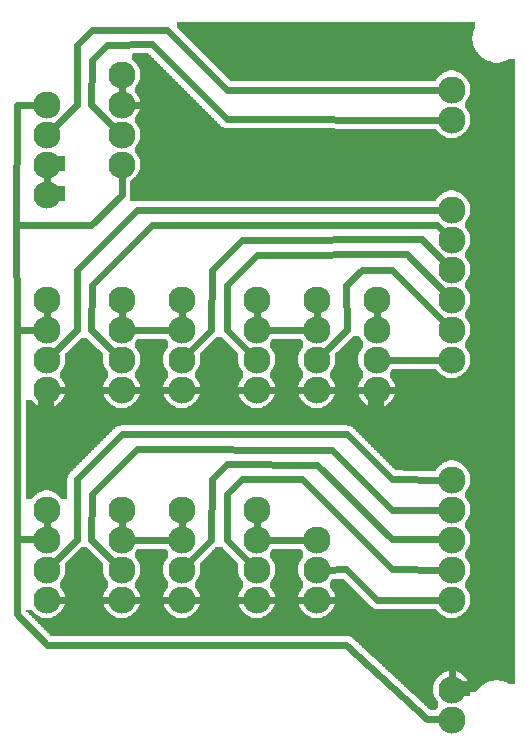
<source format=gbl>
G04 MADE WITH FRITZING*
G04 WWW.FRITZING.ORG*
G04 DOUBLE SIDED*
G04 HOLES PLATED*
G04 CONTOUR ON CENTER OF CONTOUR VECTOR*
%ASAXBY*%
%FSLAX23Y23*%
%MOIN*%
%OFA0B0*%
%SFA1.0B1.0*%
%ADD10C,0.075000*%
%ADD11C,0.090551*%
%ADD12C,0.024000*%
%LNCOPPER0*%
G90*
G70*
G54D10*
X714Y2367D03*
G54D11*
X1513Y199D03*
X1513Y99D03*
X163Y2149D03*
X163Y2049D03*
X163Y1949D03*
X163Y1849D03*
X863Y799D03*
X863Y699D03*
X863Y599D03*
X863Y499D03*
X163Y799D03*
X163Y699D03*
X163Y599D03*
X163Y499D03*
X413Y799D03*
X413Y699D03*
X413Y599D03*
X413Y499D03*
X613Y799D03*
X613Y699D03*
X613Y599D03*
X613Y499D03*
X163Y1499D03*
X163Y1399D03*
X163Y1299D03*
X163Y1199D03*
X1263Y1499D03*
X1263Y1399D03*
X1263Y1299D03*
X1263Y1199D03*
X413Y2249D03*
X413Y2149D03*
X413Y2049D03*
X413Y1949D03*
X413Y1499D03*
X413Y1399D03*
X413Y1299D03*
X413Y1199D03*
X1063Y1499D03*
X1063Y1399D03*
X1063Y1299D03*
X1063Y1199D03*
X613Y1499D03*
X613Y1399D03*
X613Y1299D03*
X613Y1199D03*
X863Y1499D03*
X863Y1399D03*
X863Y1299D03*
X863Y1199D03*
X1513Y2199D03*
X1513Y2099D03*
X1513Y1799D03*
X1513Y1699D03*
X1513Y1599D03*
X1513Y1499D03*
X1513Y1399D03*
X1513Y1299D03*
X1513Y899D03*
X1513Y799D03*
X1513Y699D03*
X1513Y599D03*
X1513Y499D03*
X1063Y699D03*
X1063Y599D03*
X1063Y499D03*
G54D12*
X763Y2100D02*
X513Y2350D01*
D02*
X363Y2349D02*
X313Y2299D01*
D02*
X513Y2350D02*
X363Y2349D01*
D02*
X313Y2299D02*
X312Y2148D01*
D02*
X312Y2148D02*
X396Y2067D01*
D02*
X1488Y2099D02*
X763Y2100D01*
D02*
X312Y1749D02*
X413Y1848D01*
D02*
X413Y1848D02*
X413Y1924D01*
D02*
X62Y1749D02*
X312Y1749D01*
D02*
X413Y2174D02*
X413Y2224D01*
D02*
X1614Y1199D02*
X1288Y1199D01*
D02*
X163Y1424D02*
X163Y1474D01*
D02*
X513Y2148D02*
X438Y2149D01*
D02*
X763Y1899D02*
X513Y2148D01*
D02*
X1562Y1900D02*
X763Y1899D01*
D02*
X1614Y1848D02*
X1562Y1900D01*
D02*
X1614Y1199D02*
X1614Y1848D01*
D02*
X1562Y398D02*
X1514Y398D01*
D02*
X1614Y450D02*
X1562Y398D01*
D02*
X1614Y1199D02*
X1614Y450D01*
D02*
X1514Y398D02*
X1262Y398D01*
D02*
X1162Y498D02*
X1088Y499D01*
D02*
X1262Y398D02*
X1162Y498D01*
D02*
X1514Y398D02*
X1513Y224D01*
D02*
X63Y2148D02*
X138Y2149D01*
D02*
X62Y1749D02*
X63Y2148D01*
D02*
X64Y1399D02*
X62Y1749D01*
D02*
X64Y1099D02*
X64Y1399D01*
D02*
X64Y1399D02*
X138Y1399D01*
D02*
X63Y701D02*
X64Y1099D01*
D02*
X64Y450D02*
X63Y701D01*
D02*
X164Y349D02*
X64Y450D01*
D02*
X63Y701D02*
X138Y700D01*
D02*
X1162Y349D02*
X1431Y101D01*
D02*
X164Y349D02*
X1162Y349D01*
D02*
X838Y1199D02*
X638Y1199D01*
D02*
X1088Y599D02*
X1162Y600D01*
D02*
X1162Y600D02*
X1263Y498D01*
D02*
X1263Y498D02*
X1488Y499D01*
D02*
X312Y699D02*
X396Y617D01*
D02*
X313Y850D02*
X312Y699D01*
D02*
X1115Y998D02*
X463Y1000D01*
D02*
X463Y1000D02*
X313Y850D01*
D02*
X1314Y799D02*
X1115Y998D01*
D02*
X1488Y799D02*
X1314Y799D01*
D02*
X613Y724D02*
X613Y774D01*
D02*
X1063Y1424D02*
X1063Y1474D01*
D02*
X181Y1317D02*
X264Y1398D01*
D02*
X264Y1398D02*
X263Y1598D01*
D02*
X463Y1798D02*
X1488Y1799D01*
D02*
X263Y1598D02*
X463Y1798D01*
D02*
X588Y499D02*
X438Y499D01*
D02*
X264Y699D02*
X181Y617D01*
D02*
X263Y900D02*
X264Y699D01*
D02*
X1314Y900D02*
X1163Y1050D01*
D02*
X1163Y1050D02*
X413Y1050D01*
D02*
X413Y1050D02*
X263Y900D01*
D02*
X1488Y899D02*
X1314Y900D01*
D02*
X413Y724D02*
X413Y774D01*
D02*
X888Y1399D02*
X1038Y1399D01*
D02*
X388Y499D02*
X188Y499D01*
D02*
X388Y1199D02*
X188Y1199D01*
D02*
X613Y1424D02*
X613Y1474D01*
D02*
X888Y699D02*
X1038Y699D01*
D02*
X764Y1398D02*
X846Y1317D01*
D02*
X763Y1548D02*
X764Y1398D01*
D02*
X863Y1648D02*
X763Y1548D01*
D02*
X1363Y1650D02*
X863Y1648D01*
D02*
X1496Y1517D02*
X1363Y1650D01*
D02*
X863Y724D02*
X863Y774D01*
D02*
X1496Y1417D02*
X1314Y1599D01*
D02*
X1314Y1599D02*
X1213Y1599D01*
D02*
X1213Y1599D02*
X1162Y1548D01*
D02*
X1162Y1548D02*
X1163Y1398D01*
D02*
X1163Y1398D02*
X1081Y1317D01*
D02*
X588Y1199D02*
X438Y1199D01*
D02*
X438Y1399D02*
X588Y1399D01*
D02*
X413Y1424D02*
X413Y1474D01*
D02*
X1038Y499D02*
X888Y499D01*
D02*
X1288Y1299D02*
X1488Y1299D01*
D02*
X312Y1398D02*
X396Y1317D01*
D02*
X313Y1548D02*
X312Y1398D01*
D02*
X513Y1748D02*
X313Y1548D01*
D02*
X1465Y1747D02*
X513Y1748D01*
D02*
X1496Y1717D02*
X1465Y1747D01*
D02*
X163Y724D02*
X163Y774D01*
D02*
X1263Y1424D02*
X1263Y1474D01*
D02*
X712Y699D02*
X631Y617D01*
D02*
X713Y900D02*
X712Y699D01*
D02*
X763Y950D02*
X713Y900D01*
D02*
X1064Y948D02*
X763Y950D01*
D02*
X1314Y701D02*
X1064Y948D01*
D02*
X1488Y700D02*
X1314Y701D01*
D02*
X764Y699D02*
X846Y617D01*
D02*
X763Y850D02*
X764Y699D01*
D02*
X1013Y900D02*
X813Y900D01*
D02*
X1314Y600D02*
X1013Y900D01*
D02*
X813Y900D02*
X763Y850D01*
D02*
X1488Y599D02*
X1314Y600D01*
D02*
X838Y499D02*
X638Y499D01*
D02*
X863Y1424D02*
X863Y1474D01*
D02*
X1238Y1199D02*
X1088Y1199D01*
D02*
X264Y2148D02*
X263Y2349D01*
D02*
X181Y2067D02*
X264Y2148D01*
D02*
X313Y2399D02*
X563Y2399D01*
D02*
X263Y2349D02*
X313Y2399D01*
D02*
X563Y2399D02*
X763Y2198D01*
D02*
X763Y2198D02*
X1488Y2199D01*
D02*
X1038Y1199D02*
X888Y1199D01*
D02*
X1496Y1617D02*
X1414Y1701D01*
D02*
X813Y1698D02*
X713Y1598D01*
D02*
X1414Y1701D02*
X813Y1698D01*
D02*
X713Y1598D02*
X712Y1398D01*
D02*
X712Y1398D02*
X631Y1317D01*
D02*
X438Y699D02*
X588Y699D01*
D02*
X163Y1874D02*
X163Y1924D01*
D02*
X1431Y101D02*
X1488Y100D01*
G36*
X598Y2425D02*
X598Y2405D01*
X600Y2405D01*
X600Y2403D01*
X602Y2403D01*
X602Y2401D01*
X604Y2401D01*
X604Y2399D01*
X606Y2399D01*
X606Y2397D01*
X608Y2397D01*
X608Y2395D01*
X610Y2395D01*
X610Y2393D01*
X612Y2393D01*
X612Y2391D01*
X614Y2391D01*
X614Y2389D01*
X616Y2389D01*
X616Y2387D01*
X618Y2387D01*
X618Y2385D01*
X620Y2385D01*
X620Y2383D01*
X622Y2383D01*
X622Y2381D01*
X624Y2381D01*
X624Y2379D01*
X626Y2379D01*
X626Y2377D01*
X628Y2377D01*
X628Y2375D01*
X630Y2375D01*
X630Y2373D01*
X632Y2373D01*
X632Y2371D01*
X634Y2371D01*
X634Y2369D01*
X636Y2369D01*
X636Y2367D01*
X638Y2367D01*
X638Y2365D01*
X640Y2365D01*
X640Y2363D01*
X642Y2363D01*
X642Y2361D01*
X644Y2361D01*
X644Y2359D01*
X646Y2359D01*
X646Y2357D01*
X648Y2357D01*
X648Y2355D01*
X650Y2355D01*
X650Y2353D01*
X652Y2353D01*
X652Y2351D01*
X654Y2351D01*
X654Y2349D01*
X656Y2349D01*
X656Y2347D01*
X658Y2347D01*
X658Y2345D01*
X660Y2345D01*
X660Y2343D01*
X662Y2343D01*
X662Y2341D01*
X664Y2341D01*
X664Y2339D01*
X666Y2339D01*
X666Y2337D01*
X668Y2337D01*
X668Y2335D01*
X670Y2335D01*
X670Y2333D01*
X672Y2333D01*
X672Y2331D01*
X674Y2331D01*
X674Y2329D01*
X676Y2329D01*
X676Y2327D01*
X678Y2327D01*
X678Y2325D01*
X680Y2325D01*
X680Y2323D01*
X682Y2323D01*
X682Y2321D01*
X684Y2321D01*
X684Y2319D01*
X686Y2319D01*
X686Y2317D01*
X688Y2317D01*
X688Y2315D01*
X690Y2315D01*
X690Y2313D01*
X692Y2313D01*
X692Y2311D01*
X694Y2311D01*
X694Y2309D01*
X696Y2309D01*
X696Y2307D01*
X698Y2307D01*
X698Y2305D01*
X700Y2305D01*
X700Y2303D01*
X702Y2303D01*
X702Y2301D01*
X704Y2301D01*
X704Y2299D01*
X706Y2299D01*
X706Y2297D01*
X708Y2297D01*
X708Y2295D01*
X710Y2295D01*
X710Y2293D01*
X712Y2293D01*
X712Y2291D01*
X714Y2291D01*
X714Y2289D01*
X1652Y2289D01*
X1652Y2291D01*
X1644Y2291D01*
X1644Y2293D01*
X1638Y2293D01*
X1638Y2295D01*
X1632Y2295D01*
X1632Y2297D01*
X1628Y2297D01*
X1628Y2299D01*
X1624Y2299D01*
X1624Y2301D01*
X1622Y2301D01*
X1622Y2303D01*
X1618Y2303D01*
X1618Y2305D01*
X1616Y2305D01*
X1616Y2307D01*
X1614Y2307D01*
X1614Y2309D01*
X1610Y2309D01*
X1610Y2311D01*
X1608Y2311D01*
X1608Y2313D01*
X1606Y2313D01*
X1606Y2315D01*
X1604Y2315D01*
X1604Y2319D01*
X1602Y2319D01*
X1602Y2321D01*
X1600Y2321D01*
X1600Y2323D01*
X1598Y2323D01*
X1598Y2325D01*
X1596Y2325D01*
X1596Y2329D01*
X1594Y2329D01*
X1594Y2331D01*
X1592Y2331D01*
X1592Y2335D01*
X1590Y2335D01*
X1590Y2339D01*
X1588Y2339D01*
X1588Y2345D01*
X1586Y2345D01*
X1586Y2351D01*
X1584Y2351D01*
X1584Y2361D01*
X1582Y2361D01*
X1582Y2379D01*
X1584Y2379D01*
X1584Y2389D01*
X1586Y2389D01*
X1586Y2395D01*
X1588Y2395D01*
X1588Y2401D01*
X1590Y2401D01*
X1590Y2405D01*
X1592Y2405D01*
X1592Y2425D01*
X598Y2425D01*
G37*
D02*
G36*
X452Y2321D02*
X452Y2319D01*
X448Y2319D01*
X448Y2299D01*
X450Y2299D01*
X450Y2297D01*
X452Y2297D01*
X452Y2295D01*
X454Y2295D01*
X454Y2293D01*
X456Y2293D01*
X456Y2291D01*
X458Y2291D01*
X458Y2289D01*
X460Y2289D01*
X460Y2287D01*
X462Y2287D01*
X462Y2285D01*
X464Y2285D01*
X464Y2283D01*
X466Y2283D01*
X466Y2279D01*
X468Y2279D01*
X468Y2275D01*
X470Y2275D01*
X470Y2273D01*
X472Y2273D01*
X472Y2267D01*
X474Y2267D01*
X474Y2261D01*
X476Y2261D01*
X476Y2237D01*
X474Y2237D01*
X474Y2231D01*
X472Y2231D01*
X472Y2227D01*
X470Y2227D01*
X470Y2223D01*
X468Y2223D01*
X468Y2219D01*
X466Y2219D01*
X466Y2217D01*
X464Y2217D01*
X464Y2215D01*
X462Y2215D01*
X462Y2213D01*
X460Y2213D01*
X460Y2209D01*
X458Y2209D01*
X458Y2189D01*
X460Y2189D01*
X460Y2187D01*
X462Y2187D01*
X462Y2185D01*
X464Y2185D01*
X464Y2183D01*
X466Y2183D01*
X466Y2179D01*
X468Y2179D01*
X468Y2175D01*
X470Y2175D01*
X470Y2173D01*
X472Y2173D01*
X472Y2167D01*
X474Y2167D01*
X474Y2161D01*
X476Y2161D01*
X476Y2137D01*
X474Y2137D01*
X474Y2131D01*
X472Y2131D01*
X472Y2127D01*
X470Y2127D01*
X470Y2123D01*
X468Y2123D01*
X468Y2119D01*
X466Y2119D01*
X466Y2117D01*
X464Y2117D01*
X464Y2115D01*
X462Y2115D01*
X462Y2113D01*
X460Y2113D01*
X460Y2109D01*
X458Y2109D01*
X458Y2089D01*
X460Y2089D01*
X460Y2087D01*
X462Y2087D01*
X462Y2085D01*
X464Y2085D01*
X464Y2083D01*
X466Y2083D01*
X466Y2079D01*
X468Y2079D01*
X468Y2075D01*
X470Y2075D01*
X470Y2073D01*
X472Y2073D01*
X472Y2067D01*
X474Y2067D01*
X474Y2061D01*
X476Y2061D01*
X476Y2037D01*
X1502Y2037D01*
X1502Y2039D01*
X1496Y2039D01*
X1496Y2041D01*
X1490Y2041D01*
X1490Y2043D01*
X1486Y2043D01*
X1486Y2045D01*
X1484Y2045D01*
X1484Y2047D01*
X1480Y2047D01*
X1480Y2049D01*
X1478Y2049D01*
X1478Y2051D01*
X1476Y2051D01*
X1476Y2053D01*
X1474Y2053D01*
X1474Y2055D01*
X1470Y2055D01*
X1470Y2059D01*
X1468Y2059D01*
X1468Y2061D01*
X1466Y2061D01*
X1466Y2063D01*
X1464Y2063D01*
X1464Y2065D01*
X1462Y2065D01*
X1462Y2067D01*
X1460Y2067D01*
X1460Y2069D01*
X1124Y2069D01*
X1124Y2071D01*
X754Y2071D01*
X754Y2073D01*
X750Y2073D01*
X750Y2075D01*
X746Y2075D01*
X746Y2077D01*
X744Y2077D01*
X744Y2079D01*
X742Y2079D01*
X742Y2081D01*
X740Y2081D01*
X740Y2083D01*
X738Y2083D01*
X738Y2085D01*
X736Y2085D01*
X736Y2087D01*
X734Y2087D01*
X734Y2089D01*
X732Y2089D01*
X732Y2091D01*
X730Y2091D01*
X730Y2093D01*
X728Y2093D01*
X728Y2095D01*
X726Y2095D01*
X726Y2097D01*
X724Y2097D01*
X724Y2099D01*
X722Y2099D01*
X722Y2101D01*
X720Y2101D01*
X720Y2103D01*
X718Y2103D01*
X718Y2105D01*
X716Y2105D01*
X716Y2107D01*
X714Y2107D01*
X714Y2109D01*
X712Y2109D01*
X712Y2111D01*
X710Y2111D01*
X710Y2113D01*
X708Y2113D01*
X708Y2115D01*
X706Y2115D01*
X706Y2117D01*
X704Y2117D01*
X704Y2119D01*
X702Y2119D01*
X702Y2121D01*
X700Y2121D01*
X700Y2123D01*
X698Y2123D01*
X698Y2125D01*
X696Y2125D01*
X696Y2127D01*
X694Y2127D01*
X694Y2129D01*
X692Y2129D01*
X692Y2131D01*
X690Y2131D01*
X690Y2133D01*
X688Y2133D01*
X688Y2135D01*
X686Y2135D01*
X686Y2137D01*
X684Y2137D01*
X684Y2139D01*
X682Y2139D01*
X682Y2141D01*
X680Y2141D01*
X680Y2143D01*
X678Y2143D01*
X678Y2145D01*
X676Y2145D01*
X676Y2147D01*
X674Y2147D01*
X674Y2149D01*
X672Y2149D01*
X672Y2151D01*
X670Y2151D01*
X670Y2153D01*
X668Y2153D01*
X668Y2155D01*
X666Y2155D01*
X666Y2157D01*
X664Y2157D01*
X664Y2159D01*
X662Y2159D01*
X662Y2161D01*
X660Y2161D01*
X660Y2163D01*
X658Y2163D01*
X658Y2165D01*
X656Y2165D01*
X656Y2167D01*
X654Y2167D01*
X654Y2169D01*
X652Y2169D01*
X652Y2171D01*
X650Y2171D01*
X650Y2173D01*
X648Y2173D01*
X648Y2175D01*
X646Y2175D01*
X646Y2177D01*
X644Y2177D01*
X644Y2179D01*
X642Y2179D01*
X642Y2181D01*
X640Y2181D01*
X640Y2183D01*
X638Y2183D01*
X638Y2185D01*
X636Y2185D01*
X636Y2187D01*
X634Y2187D01*
X634Y2189D01*
X632Y2189D01*
X632Y2191D01*
X630Y2191D01*
X630Y2193D01*
X628Y2193D01*
X628Y2195D01*
X626Y2195D01*
X626Y2197D01*
X624Y2197D01*
X624Y2199D01*
X622Y2199D01*
X622Y2201D01*
X620Y2201D01*
X620Y2203D01*
X618Y2203D01*
X618Y2205D01*
X616Y2205D01*
X616Y2207D01*
X614Y2207D01*
X614Y2209D01*
X612Y2209D01*
X612Y2211D01*
X610Y2211D01*
X610Y2213D01*
X608Y2213D01*
X608Y2215D01*
X606Y2215D01*
X606Y2217D01*
X604Y2217D01*
X604Y2219D01*
X602Y2219D01*
X602Y2221D01*
X600Y2221D01*
X600Y2223D01*
X598Y2223D01*
X598Y2225D01*
X596Y2225D01*
X596Y2227D01*
X594Y2227D01*
X594Y2229D01*
X592Y2229D01*
X592Y2231D01*
X590Y2231D01*
X590Y2233D01*
X588Y2233D01*
X588Y2235D01*
X586Y2235D01*
X586Y2237D01*
X584Y2237D01*
X584Y2239D01*
X582Y2239D01*
X582Y2241D01*
X580Y2241D01*
X580Y2243D01*
X578Y2243D01*
X578Y2245D01*
X576Y2245D01*
X576Y2247D01*
X574Y2247D01*
X574Y2249D01*
X572Y2249D01*
X572Y2251D01*
X570Y2251D01*
X570Y2253D01*
X568Y2253D01*
X568Y2255D01*
X566Y2255D01*
X566Y2257D01*
X564Y2257D01*
X564Y2259D01*
X562Y2259D01*
X562Y2261D01*
X560Y2261D01*
X560Y2263D01*
X558Y2263D01*
X558Y2265D01*
X556Y2265D01*
X556Y2267D01*
X554Y2267D01*
X554Y2269D01*
X552Y2269D01*
X552Y2271D01*
X550Y2271D01*
X550Y2273D01*
X548Y2273D01*
X548Y2275D01*
X546Y2275D01*
X546Y2277D01*
X544Y2277D01*
X544Y2279D01*
X542Y2279D01*
X542Y2281D01*
X540Y2281D01*
X540Y2283D01*
X538Y2283D01*
X538Y2285D01*
X536Y2285D01*
X536Y2287D01*
X534Y2287D01*
X534Y2289D01*
X532Y2289D01*
X532Y2291D01*
X530Y2291D01*
X530Y2293D01*
X528Y2293D01*
X528Y2295D01*
X526Y2295D01*
X526Y2297D01*
X524Y2297D01*
X524Y2299D01*
X522Y2299D01*
X522Y2301D01*
X520Y2301D01*
X520Y2303D01*
X518Y2303D01*
X518Y2305D01*
X516Y2305D01*
X516Y2307D01*
X514Y2307D01*
X514Y2309D01*
X512Y2309D01*
X512Y2311D01*
X510Y2311D01*
X510Y2313D01*
X508Y2313D01*
X508Y2315D01*
X506Y2315D01*
X506Y2317D01*
X504Y2317D01*
X504Y2319D01*
X502Y2319D01*
X502Y2321D01*
X452Y2321D01*
G37*
D02*
G36*
X1702Y2301D02*
X1702Y2299D01*
X1698Y2299D01*
X1698Y2297D01*
X1694Y2297D01*
X1694Y2295D01*
X1690Y2295D01*
X1690Y2293D01*
X1684Y2293D01*
X1684Y2291D01*
X1674Y2291D01*
X1674Y2289D01*
X1724Y2289D01*
X1724Y2301D01*
X1702Y2301D01*
G37*
D02*
G36*
X716Y2289D02*
X716Y2287D01*
X1724Y2287D01*
X1724Y2289D01*
X716Y2289D01*
G37*
D02*
G36*
X716Y2289D02*
X716Y2287D01*
X1724Y2287D01*
X1724Y2289D01*
X716Y2289D01*
G37*
D02*
G36*
X718Y2287D02*
X718Y2285D01*
X720Y2285D01*
X720Y2283D01*
X722Y2283D01*
X722Y2281D01*
X724Y2281D01*
X724Y2279D01*
X726Y2279D01*
X726Y2277D01*
X728Y2277D01*
X728Y2275D01*
X730Y2275D01*
X730Y2273D01*
X732Y2273D01*
X732Y2271D01*
X734Y2271D01*
X734Y2269D01*
X736Y2269D01*
X736Y2267D01*
X738Y2267D01*
X738Y2265D01*
X740Y2265D01*
X740Y2263D01*
X1522Y2263D01*
X1522Y2261D01*
X1528Y2261D01*
X1528Y2259D01*
X1534Y2259D01*
X1534Y2257D01*
X1538Y2257D01*
X1538Y2255D01*
X1542Y2255D01*
X1542Y2253D01*
X1544Y2253D01*
X1544Y2251D01*
X1548Y2251D01*
X1548Y2249D01*
X1550Y2249D01*
X1550Y2247D01*
X1552Y2247D01*
X1552Y2245D01*
X1554Y2245D01*
X1554Y2243D01*
X1556Y2243D01*
X1556Y2241D01*
X1558Y2241D01*
X1558Y2239D01*
X1560Y2239D01*
X1560Y2237D01*
X1562Y2237D01*
X1562Y2235D01*
X1564Y2235D01*
X1564Y2233D01*
X1566Y2233D01*
X1566Y2229D01*
X1568Y2229D01*
X1568Y2225D01*
X1570Y2225D01*
X1570Y2223D01*
X1572Y2223D01*
X1572Y2217D01*
X1574Y2217D01*
X1574Y2211D01*
X1576Y2211D01*
X1576Y2187D01*
X1574Y2187D01*
X1574Y2181D01*
X1572Y2181D01*
X1572Y2177D01*
X1570Y2177D01*
X1570Y2173D01*
X1568Y2173D01*
X1568Y2169D01*
X1566Y2169D01*
X1566Y2167D01*
X1564Y2167D01*
X1564Y2165D01*
X1562Y2165D01*
X1562Y2161D01*
X1560Y2161D01*
X1560Y2159D01*
X1558Y2159D01*
X1558Y2139D01*
X1560Y2139D01*
X1560Y2137D01*
X1562Y2137D01*
X1562Y2135D01*
X1564Y2135D01*
X1564Y2133D01*
X1566Y2133D01*
X1566Y2129D01*
X1568Y2129D01*
X1568Y2125D01*
X1570Y2125D01*
X1570Y2123D01*
X1572Y2123D01*
X1572Y2117D01*
X1574Y2117D01*
X1574Y2111D01*
X1576Y2111D01*
X1576Y2087D01*
X1574Y2087D01*
X1574Y2081D01*
X1572Y2081D01*
X1572Y2077D01*
X1570Y2077D01*
X1570Y2073D01*
X1568Y2073D01*
X1568Y2069D01*
X1566Y2069D01*
X1566Y2067D01*
X1564Y2067D01*
X1564Y2065D01*
X1562Y2065D01*
X1562Y2061D01*
X1560Y2061D01*
X1560Y2059D01*
X1558Y2059D01*
X1558Y2057D01*
X1556Y2057D01*
X1556Y2055D01*
X1554Y2055D01*
X1554Y2053D01*
X1552Y2053D01*
X1552Y2051D01*
X1548Y2051D01*
X1548Y2049D01*
X1546Y2049D01*
X1546Y2047D01*
X1544Y2047D01*
X1544Y2045D01*
X1540Y2045D01*
X1540Y2043D01*
X1536Y2043D01*
X1536Y2041D01*
X1532Y2041D01*
X1532Y2039D01*
X1526Y2039D01*
X1526Y2037D01*
X1724Y2037D01*
X1724Y2287D01*
X718Y2287D01*
G37*
D02*
G36*
X742Y2263D02*
X742Y2261D01*
X744Y2261D01*
X744Y2259D01*
X746Y2259D01*
X746Y2257D01*
X748Y2257D01*
X748Y2255D01*
X750Y2255D01*
X750Y2253D01*
X752Y2253D01*
X752Y2251D01*
X754Y2251D01*
X754Y2249D01*
X756Y2249D01*
X756Y2247D01*
X758Y2247D01*
X758Y2245D01*
X760Y2245D01*
X760Y2243D01*
X762Y2243D01*
X762Y2241D01*
X764Y2241D01*
X764Y2239D01*
X766Y2239D01*
X766Y2237D01*
X768Y2237D01*
X768Y2235D01*
X770Y2235D01*
X770Y2233D01*
X772Y2233D01*
X772Y2231D01*
X774Y2231D01*
X774Y2229D01*
X1460Y2229D01*
X1460Y2231D01*
X1462Y2231D01*
X1462Y2233D01*
X1464Y2233D01*
X1464Y2237D01*
X1466Y2237D01*
X1466Y2239D01*
X1468Y2239D01*
X1468Y2241D01*
X1470Y2241D01*
X1470Y2243D01*
X1472Y2243D01*
X1472Y2245D01*
X1474Y2245D01*
X1474Y2247D01*
X1476Y2247D01*
X1476Y2249D01*
X1480Y2249D01*
X1480Y2251D01*
X1482Y2251D01*
X1482Y2253D01*
X1484Y2253D01*
X1484Y2255D01*
X1488Y2255D01*
X1488Y2257D01*
X1492Y2257D01*
X1492Y2259D01*
X1498Y2259D01*
X1498Y2261D01*
X1506Y2261D01*
X1506Y2263D01*
X742Y2263D01*
G37*
D02*
G36*
X474Y2037D02*
X474Y2035D01*
X1724Y2035D01*
X1724Y2037D01*
X474Y2037D01*
G37*
D02*
G36*
X474Y2037D02*
X474Y2035D01*
X1724Y2035D01*
X1724Y2037D01*
X474Y2037D01*
G37*
D02*
G36*
X474Y2035D02*
X474Y2031D01*
X472Y2031D01*
X472Y2027D01*
X470Y2027D01*
X470Y2023D01*
X468Y2023D01*
X468Y2019D01*
X466Y2019D01*
X466Y2017D01*
X464Y2017D01*
X464Y2015D01*
X462Y2015D01*
X462Y2013D01*
X460Y2013D01*
X460Y2009D01*
X458Y2009D01*
X458Y1989D01*
X460Y1989D01*
X460Y1987D01*
X462Y1987D01*
X462Y1985D01*
X464Y1985D01*
X464Y1983D01*
X466Y1983D01*
X466Y1979D01*
X468Y1979D01*
X468Y1975D01*
X470Y1975D01*
X470Y1973D01*
X472Y1973D01*
X472Y1967D01*
X474Y1967D01*
X474Y1961D01*
X476Y1961D01*
X476Y1937D01*
X474Y1937D01*
X474Y1931D01*
X472Y1931D01*
X472Y1927D01*
X470Y1927D01*
X470Y1923D01*
X468Y1923D01*
X468Y1919D01*
X466Y1919D01*
X466Y1917D01*
X464Y1917D01*
X464Y1915D01*
X462Y1915D01*
X462Y1913D01*
X460Y1913D01*
X460Y1909D01*
X458Y1909D01*
X458Y1907D01*
X456Y1907D01*
X456Y1905D01*
X454Y1905D01*
X454Y1903D01*
X452Y1903D01*
X452Y1901D01*
X448Y1901D01*
X448Y1899D01*
X446Y1899D01*
X446Y1897D01*
X444Y1897D01*
X444Y1895D01*
X442Y1895D01*
X442Y1863D01*
X1522Y1863D01*
X1522Y1861D01*
X1528Y1861D01*
X1528Y1859D01*
X1534Y1859D01*
X1534Y1857D01*
X1538Y1857D01*
X1538Y1855D01*
X1542Y1855D01*
X1542Y1853D01*
X1544Y1853D01*
X1544Y1851D01*
X1548Y1851D01*
X1548Y1849D01*
X1550Y1849D01*
X1550Y1847D01*
X1552Y1847D01*
X1552Y1845D01*
X1554Y1845D01*
X1554Y1843D01*
X1556Y1843D01*
X1556Y1841D01*
X1558Y1841D01*
X1558Y1839D01*
X1560Y1839D01*
X1560Y1837D01*
X1562Y1837D01*
X1562Y1835D01*
X1564Y1835D01*
X1564Y1833D01*
X1566Y1833D01*
X1566Y1829D01*
X1568Y1829D01*
X1568Y1825D01*
X1570Y1825D01*
X1570Y1823D01*
X1572Y1823D01*
X1572Y1817D01*
X1574Y1817D01*
X1574Y1811D01*
X1576Y1811D01*
X1576Y1787D01*
X1574Y1787D01*
X1574Y1781D01*
X1572Y1781D01*
X1572Y1777D01*
X1570Y1777D01*
X1570Y1773D01*
X1568Y1773D01*
X1568Y1769D01*
X1566Y1769D01*
X1566Y1767D01*
X1564Y1767D01*
X1564Y1765D01*
X1562Y1765D01*
X1562Y1761D01*
X1560Y1761D01*
X1560Y1759D01*
X1558Y1759D01*
X1558Y1739D01*
X1560Y1739D01*
X1560Y1737D01*
X1562Y1737D01*
X1562Y1735D01*
X1564Y1735D01*
X1564Y1733D01*
X1566Y1733D01*
X1566Y1729D01*
X1568Y1729D01*
X1568Y1725D01*
X1570Y1725D01*
X1570Y1723D01*
X1572Y1723D01*
X1572Y1717D01*
X1574Y1717D01*
X1574Y1711D01*
X1576Y1711D01*
X1576Y1687D01*
X1574Y1687D01*
X1574Y1681D01*
X1572Y1681D01*
X1572Y1677D01*
X1570Y1677D01*
X1570Y1673D01*
X1568Y1673D01*
X1568Y1669D01*
X1566Y1669D01*
X1566Y1667D01*
X1564Y1667D01*
X1564Y1665D01*
X1562Y1665D01*
X1562Y1661D01*
X1560Y1661D01*
X1560Y1659D01*
X1558Y1659D01*
X1558Y1639D01*
X1560Y1639D01*
X1560Y1637D01*
X1562Y1637D01*
X1562Y1635D01*
X1564Y1635D01*
X1564Y1633D01*
X1566Y1633D01*
X1566Y1629D01*
X1568Y1629D01*
X1568Y1625D01*
X1570Y1625D01*
X1570Y1623D01*
X1572Y1623D01*
X1572Y1617D01*
X1574Y1617D01*
X1574Y1611D01*
X1576Y1611D01*
X1576Y1587D01*
X1574Y1587D01*
X1574Y1581D01*
X1572Y1581D01*
X1572Y1577D01*
X1570Y1577D01*
X1570Y1573D01*
X1568Y1573D01*
X1568Y1569D01*
X1566Y1569D01*
X1566Y1567D01*
X1564Y1567D01*
X1564Y1565D01*
X1562Y1565D01*
X1562Y1561D01*
X1560Y1561D01*
X1560Y1559D01*
X1558Y1559D01*
X1558Y1539D01*
X1560Y1539D01*
X1560Y1537D01*
X1562Y1537D01*
X1562Y1535D01*
X1564Y1535D01*
X1564Y1533D01*
X1566Y1533D01*
X1566Y1529D01*
X1568Y1529D01*
X1568Y1525D01*
X1570Y1525D01*
X1570Y1523D01*
X1572Y1523D01*
X1572Y1517D01*
X1574Y1517D01*
X1574Y1511D01*
X1576Y1511D01*
X1576Y1487D01*
X1574Y1487D01*
X1574Y1481D01*
X1572Y1481D01*
X1572Y1477D01*
X1570Y1477D01*
X1570Y1473D01*
X1568Y1473D01*
X1568Y1469D01*
X1566Y1469D01*
X1566Y1467D01*
X1564Y1467D01*
X1564Y1465D01*
X1562Y1465D01*
X1562Y1461D01*
X1560Y1461D01*
X1560Y1459D01*
X1558Y1459D01*
X1558Y1439D01*
X1560Y1439D01*
X1560Y1437D01*
X1562Y1437D01*
X1562Y1435D01*
X1564Y1435D01*
X1564Y1433D01*
X1566Y1433D01*
X1566Y1429D01*
X1568Y1429D01*
X1568Y1425D01*
X1570Y1425D01*
X1570Y1423D01*
X1572Y1423D01*
X1572Y1417D01*
X1574Y1417D01*
X1574Y1411D01*
X1576Y1411D01*
X1576Y1387D01*
X1574Y1387D01*
X1574Y1381D01*
X1572Y1381D01*
X1572Y1377D01*
X1570Y1377D01*
X1570Y1373D01*
X1568Y1373D01*
X1568Y1369D01*
X1566Y1369D01*
X1566Y1367D01*
X1564Y1367D01*
X1564Y1365D01*
X1562Y1365D01*
X1562Y1361D01*
X1560Y1361D01*
X1560Y1359D01*
X1558Y1359D01*
X1558Y1339D01*
X1560Y1339D01*
X1560Y1337D01*
X1562Y1337D01*
X1562Y1335D01*
X1564Y1335D01*
X1564Y1333D01*
X1566Y1333D01*
X1566Y1329D01*
X1568Y1329D01*
X1568Y1325D01*
X1570Y1325D01*
X1570Y1323D01*
X1572Y1323D01*
X1572Y1317D01*
X1574Y1317D01*
X1574Y1311D01*
X1576Y1311D01*
X1576Y1287D01*
X1574Y1287D01*
X1574Y1281D01*
X1572Y1281D01*
X1572Y1277D01*
X1570Y1277D01*
X1570Y1273D01*
X1568Y1273D01*
X1568Y1269D01*
X1566Y1269D01*
X1566Y1267D01*
X1564Y1267D01*
X1564Y1265D01*
X1562Y1265D01*
X1562Y1261D01*
X1560Y1261D01*
X1560Y1259D01*
X1558Y1259D01*
X1558Y1257D01*
X1556Y1257D01*
X1556Y1255D01*
X1554Y1255D01*
X1554Y1253D01*
X1552Y1253D01*
X1552Y1251D01*
X1548Y1251D01*
X1548Y1249D01*
X1546Y1249D01*
X1546Y1247D01*
X1544Y1247D01*
X1544Y1245D01*
X1540Y1245D01*
X1540Y1243D01*
X1536Y1243D01*
X1536Y1241D01*
X1532Y1241D01*
X1532Y1239D01*
X1526Y1239D01*
X1526Y1237D01*
X1724Y1237D01*
X1724Y2035D01*
X474Y2035D01*
G37*
D02*
G36*
X442Y1863D02*
X442Y1839D01*
X440Y1839D01*
X440Y1829D01*
X1460Y1829D01*
X1460Y1831D01*
X1462Y1831D01*
X1462Y1833D01*
X1464Y1833D01*
X1464Y1837D01*
X1466Y1837D01*
X1466Y1839D01*
X1468Y1839D01*
X1468Y1841D01*
X1470Y1841D01*
X1470Y1843D01*
X1472Y1843D01*
X1472Y1845D01*
X1474Y1845D01*
X1474Y1847D01*
X1476Y1847D01*
X1476Y1849D01*
X1480Y1849D01*
X1480Y1851D01*
X1482Y1851D01*
X1482Y1853D01*
X1484Y1853D01*
X1484Y1855D01*
X1488Y1855D01*
X1488Y1857D01*
X1492Y1857D01*
X1492Y1859D01*
X1498Y1859D01*
X1498Y1861D01*
X1506Y1861D01*
X1506Y1863D01*
X442Y1863D01*
G37*
D02*
G36*
X1186Y1379D02*
X1186Y1377D01*
X1184Y1377D01*
X1184Y1375D01*
X1182Y1375D01*
X1182Y1373D01*
X1180Y1373D01*
X1180Y1371D01*
X1178Y1371D01*
X1178Y1369D01*
X1176Y1369D01*
X1176Y1367D01*
X1174Y1367D01*
X1174Y1365D01*
X1172Y1365D01*
X1172Y1363D01*
X1170Y1363D01*
X1170Y1361D01*
X1168Y1361D01*
X1168Y1359D01*
X1166Y1359D01*
X1166Y1357D01*
X1164Y1357D01*
X1164Y1355D01*
X1162Y1355D01*
X1162Y1353D01*
X1160Y1353D01*
X1160Y1351D01*
X1158Y1351D01*
X1158Y1349D01*
X1156Y1349D01*
X1156Y1347D01*
X1154Y1347D01*
X1154Y1345D01*
X1152Y1345D01*
X1152Y1343D01*
X1150Y1343D01*
X1150Y1341D01*
X1148Y1341D01*
X1148Y1339D01*
X1146Y1339D01*
X1146Y1337D01*
X1144Y1337D01*
X1144Y1335D01*
X1142Y1335D01*
X1142Y1333D01*
X1140Y1333D01*
X1140Y1331D01*
X1138Y1331D01*
X1138Y1329D01*
X1136Y1329D01*
X1136Y1327D01*
X1134Y1327D01*
X1134Y1325D01*
X1130Y1325D01*
X1130Y1323D01*
X1128Y1323D01*
X1128Y1321D01*
X1126Y1321D01*
X1126Y1287D01*
X1124Y1287D01*
X1124Y1281D01*
X1122Y1281D01*
X1122Y1277D01*
X1120Y1277D01*
X1120Y1273D01*
X1118Y1273D01*
X1118Y1269D01*
X1116Y1269D01*
X1116Y1267D01*
X1114Y1267D01*
X1114Y1265D01*
X1112Y1265D01*
X1112Y1261D01*
X1110Y1261D01*
X1110Y1259D01*
X1108Y1259D01*
X1108Y1239D01*
X1110Y1239D01*
X1110Y1237D01*
X1112Y1237D01*
X1112Y1235D01*
X1114Y1235D01*
X1114Y1233D01*
X1116Y1233D01*
X1116Y1229D01*
X1118Y1229D01*
X1118Y1225D01*
X1120Y1225D01*
X1120Y1223D01*
X1122Y1223D01*
X1122Y1217D01*
X1124Y1217D01*
X1124Y1211D01*
X1126Y1211D01*
X1126Y1187D01*
X1124Y1187D01*
X1124Y1181D01*
X1122Y1181D01*
X1122Y1177D01*
X1120Y1177D01*
X1120Y1173D01*
X1118Y1173D01*
X1118Y1169D01*
X1116Y1169D01*
X1116Y1167D01*
X1114Y1167D01*
X1114Y1165D01*
X1112Y1165D01*
X1112Y1161D01*
X1110Y1161D01*
X1110Y1159D01*
X1108Y1159D01*
X1108Y1157D01*
X1106Y1157D01*
X1106Y1155D01*
X1104Y1155D01*
X1104Y1153D01*
X1102Y1153D01*
X1102Y1151D01*
X1098Y1151D01*
X1098Y1149D01*
X1096Y1149D01*
X1096Y1147D01*
X1094Y1147D01*
X1094Y1145D01*
X1090Y1145D01*
X1090Y1143D01*
X1086Y1143D01*
X1086Y1141D01*
X1082Y1141D01*
X1082Y1139D01*
X1076Y1139D01*
X1076Y1137D01*
X1252Y1137D01*
X1252Y1139D01*
X1246Y1139D01*
X1246Y1141D01*
X1240Y1141D01*
X1240Y1143D01*
X1236Y1143D01*
X1236Y1145D01*
X1234Y1145D01*
X1234Y1147D01*
X1230Y1147D01*
X1230Y1149D01*
X1228Y1149D01*
X1228Y1151D01*
X1226Y1151D01*
X1226Y1153D01*
X1224Y1153D01*
X1224Y1155D01*
X1220Y1155D01*
X1220Y1159D01*
X1218Y1159D01*
X1218Y1161D01*
X1216Y1161D01*
X1216Y1163D01*
X1214Y1163D01*
X1214Y1165D01*
X1212Y1165D01*
X1212Y1167D01*
X1210Y1167D01*
X1210Y1171D01*
X1208Y1171D01*
X1208Y1175D01*
X1206Y1175D01*
X1206Y1179D01*
X1204Y1179D01*
X1204Y1183D01*
X1202Y1183D01*
X1202Y1191D01*
X1200Y1191D01*
X1200Y1209D01*
X1202Y1209D01*
X1202Y1215D01*
X1204Y1215D01*
X1204Y1221D01*
X1206Y1221D01*
X1206Y1225D01*
X1208Y1225D01*
X1208Y1229D01*
X1210Y1229D01*
X1210Y1231D01*
X1212Y1231D01*
X1212Y1233D01*
X1214Y1233D01*
X1214Y1237D01*
X1216Y1237D01*
X1216Y1239D01*
X1218Y1239D01*
X1218Y1261D01*
X1216Y1261D01*
X1216Y1263D01*
X1214Y1263D01*
X1214Y1265D01*
X1212Y1265D01*
X1212Y1267D01*
X1210Y1267D01*
X1210Y1271D01*
X1208Y1271D01*
X1208Y1275D01*
X1206Y1275D01*
X1206Y1279D01*
X1204Y1279D01*
X1204Y1283D01*
X1202Y1283D01*
X1202Y1291D01*
X1200Y1291D01*
X1200Y1309D01*
X1202Y1309D01*
X1202Y1315D01*
X1204Y1315D01*
X1204Y1321D01*
X1206Y1321D01*
X1206Y1325D01*
X1208Y1325D01*
X1208Y1329D01*
X1210Y1329D01*
X1210Y1331D01*
X1212Y1331D01*
X1212Y1333D01*
X1214Y1333D01*
X1214Y1337D01*
X1216Y1337D01*
X1216Y1339D01*
X1218Y1339D01*
X1218Y1361D01*
X1216Y1361D01*
X1216Y1363D01*
X1214Y1363D01*
X1214Y1365D01*
X1212Y1365D01*
X1212Y1367D01*
X1210Y1367D01*
X1210Y1371D01*
X1208Y1371D01*
X1208Y1375D01*
X1206Y1375D01*
X1206Y1379D01*
X1186Y1379D01*
G37*
D02*
G36*
X728Y1373D02*
X728Y1371D01*
X726Y1371D01*
X726Y1369D01*
X724Y1369D01*
X724Y1367D01*
X722Y1367D01*
X722Y1365D01*
X720Y1365D01*
X720Y1363D01*
X718Y1363D01*
X718Y1361D01*
X716Y1361D01*
X716Y1359D01*
X714Y1359D01*
X714Y1357D01*
X712Y1357D01*
X712Y1355D01*
X710Y1355D01*
X710Y1353D01*
X708Y1353D01*
X708Y1351D01*
X706Y1351D01*
X706Y1349D01*
X704Y1349D01*
X704Y1347D01*
X702Y1347D01*
X702Y1345D01*
X700Y1345D01*
X700Y1343D01*
X698Y1343D01*
X698Y1341D01*
X696Y1341D01*
X696Y1339D01*
X694Y1339D01*
X694Y1337D01*
X692Y1337D01*
X692Y1335D01*
X690Y1335D01*
X690Y1333D01*
X688Y1333D01*
X688Y1331D01*
X686Y1331D01*
X686Y1329D01*
X684Y1329D01*
X684Y1327D01*
X682Y1327D01*
X682Y1325D01*
X680Y1325D01*
X680Y1323D01*
X678Y1323D01*
X678Y1321D01*
X676Y1321D01*
X676Y1287D01*
X674Y1287D01*
X674Y1281D01*
X672Y1281D01*
X672Y1277D01*
X670Y1277D01*
X670Y1273D01*
X668Y1273D01*
X668Y1269D01*
X666Y1269D01*
X666Y1267D01*
X664Y1267D01*
X664Y1265D01*
X662Y1265D01*
X662Y1261D01*
X660Y1261D01*
X660Y1259D01*
X658Y1259D01*
X658Y1239D01*
X660Y1239D01*
X660Y1237D01*
X662Y1237D01*
X662Y1235D01*
X664Y1235D01*
X664Y1233D01*
X666Y1233D01*
X666Y1229D01*
X668Y1229D01*
X668Y1225D01*
X670Y1225D01*
X670Y1223D01*
X672Y1223D01*
X672Y1217D01*
X674Y1217D01*
X674Y1211D01*
X676Y1211D01*
X676Y1187D01*
X674Y1187D01*
X674Y1181D01*
X672Y1181D01*
X672Y1177D01*
X670Y1177D01*
X670Y1173D01*
X668Y1173D01*
X668Y1169D01*
X666Y1169D01*
X666Y1167D01*
X664Y1167D01*
X664Y1165D01*
X662Y1165D01*
X662Y1161D01*
X660Y1161D01*
X660Y1159D01*
X658Y1159D01*
X658Y1157D01*
X656Y1157D01*
X656Y1155D01*
X654Y1155D01*
X654Y1153D01*
X652Y1153D01*
X652Y1151D01*
X648Y1151D01*
X648Y1149D01*
X646Y1149D01*
X646Y1147D01*
X644Y1147D01*
X644Y1145D01*
X640Y1145D01*
X640Y1143D01*
X636Y1143D01*
X636Y1141D01*
X632Y1141D01*
X632Y1139D01*
X626Y1139D01*
X626Y1137D01*
X852Y1137D01*
X852Y1139D01*
X846Y1139D01*
X846Y1141D01*
X840Y1141D01*
X840Y1143D01*
X836Y1143D01*
X836Y1145D01*
X834Y1145D01*
X834Y1147D01*
X830Y1147D01*
X830Y1149D01*
X828Y1149D01*
X828Y1151D01*
X826Y1151D01*
X826Y1153D01*
X824Y1153D01*
X824Y1155D01*
X820Y1155D01*
X820Y1159D01*
X818Y1159D01*
X818Y1161D01*
X816Y1161D01*
X816Y1163D01*
X814Y1163D01*
X814Y1165D01*
X812Y1165D01*
X812Y1167D01*
X810Y1167D01*
X810Y1171D01*
X808Y1171D01*
X808Y1175D01*
X806Y1175D01*
X806Y1179D01*
X804Y1179D01*
X804Y1183D01*
X802Y1183D01*
X802Y1191D01*
X800Y1191D01*
X800Y1209D01*
X802Y1209D01*
X802Y1215D01*
X804Y1215D01*
X804Y1221D01*
X806Y1221D01*
X806Y1225D01*
X808Y1225D01*
X808Y1229D01*
X810Y1229D01*
X810Y1231D01*
X812Y1231D01*
X812Y1233D01*
X814Y1233D01*
X814Y1237D01*
X816Y1237D01*
X816Y1239D01*
X818Y1239D01*
X818Y1261D01*
X816Y1261D01*
X816Y1263D01*
X814Y1263D01*
X814Y1265D01*
X812Y1265D01*
X812Y1267D01*
X810Y1267D01*
X810Y1271D01*
X808Y1271D01*
X808Y1275D01*
X806Y1275D01*
X806Y1279D01*
X804Y1279D01*
X804Y1283D01*
X802Y1283D01*
X802Y1291D01*
X800Y1291D01*
X800Y1321D01*
X798Y1321D01*
X798Y1323D01*
X796Y1323D01*
X796Y1325D01*
X794Y1325D01*
X794Y1327D01*
X792Y1327D01*
X792Y1329D01*
X790Y1329D01*
X790Y1331D01*
X788Y1331D01*
X788Y1333D01*
X786Y1333D01*
X786Y1335D01*
X784Y1335D01*
X784Y1337D01*
X782Y1337D01*
X782Y1339D01*
X780Y1339D01*
X780Y1341D01*
X778Y1341D01*
X778Y1343D01*
X776Y1343D01*
X776Y1345D01*
X774Y1345D01*
X774Y1347D01*
X772Y1347D01*
X772Y1349D01*
X770Y1349D01*
X770Y1351D01*
X768Y1351D01*
X768Y1353D01*
X766Y1353D01*
X766Y1355D01*
X764Y1355D01*
X764Y1357D01*
X762Y1357D01*
X762Y1359D01*
X760Y1359D01*
X760Y1361D01*
X758Y1361D01*
X758Y1363D01*
X756Y1363D01*
X756Y1365D01*
X754Y1365D01*
X754Y1367D01*
X752Y1367D01*
X752Y1369D01*
X750Y1369D01*
X750Y1371D01*
X748Y1371D01*
X748Y1373D01*
X728Y1373D01*
G37*
D02*
G36*
X278Y1371D02*
X278Y1369D01*
X276Y1369D01*
X276Y1367D01*
X274Y1367D01*
X274Y1365D01*
X272Y1365D01*
X272Y1363D01*
X270Y1363D01*
X270Y1361D01*
X268Y1361D01*
X268Y1359D01*
X266Y1359D01*
X266Y1357D01*
X264Y1357D01*
X264Y1355D01*
X262Y1355D01*
X262Y1353D01*
X260Y1353D01*
X260Y1351D01*
X258Y1351D01*
X258Y1349D01*
X256Y1349D01*
X256Y1347D01*
X254Y1347D01*
X254Y1345D01*
X252Y1345D01*
X252Y1343D01*
X250Y1343D01*
X250Y1341D01*
X248Y1341D01*
X248Y1339D01*
X246Y1339D01*
X246Y1337D01*
X244Y1337D01*
X244Y1335D01*
X242Y1335D01*
X242Y1333D01*
X240Y1333D01*
X240Y1331D01*
X238Y1331D01*
X238Y1329D01*
X236Y1329D01*
X236Y1327D01*
X234Y1327D01*
X234Y1325D01*
X232Y1325D01*
X232Y1323D01*
X230Y1323D01*
X230Y1321D01*
X226Y1321D01*
X226Y1287D01*
X224Y1287D01*
X224Y1281D01*
X222Y1281D01*
X222Y1277D01*
X220Y1277D01*
X220Y1273D01*
X218Y1273D01*
X218Y1269D01*
X216Y1269D01*
X216Y1267D01*
X214Y1267D01*
X214Y1265D01*
X212Y1265D01*
X212Y1263D01*
X210Y1263D01*
X210Y1259D01*
X208Y1259D01*
X208Y1239D01*
X210Y1239D01*
X210Y1237D01*
X212Y1237D01*
X212Y1235D01*
X214Y1235D01*
X214Y1233D01*
X216Y1233D01*
X216Y1229D01*
X218Y1229D01*
X218Y1225D01*
X220Y1225D01*
X220Y1223D01*
X222Y1223D01*
X222Y1217D01*
X224Y1217D01*
X224Y1211D01*
X226Y1211D01*
X226Y1187D01*
X224Y1187D01*
X224Y1181D01*
X222Y1181D01*
X222Y1177D01*
X220Y1177D01*
X220Y1173D01*
X218Y1173D01*
X218Y1169D01*
X216Y1169D01*
X216Y1167D01*
X214Y1167D01*
X214Y1165D01*
X212Y1165D01*
X212Y1163D01*
X210Y1163D01*
X210Y1159D01*
X208Y1159D01*
X208Y1157D01*
X206Y1157D01*
X206Y1155D01*
X204Y1155D01*
X204Y1153D01*
X202Y1153D01*
X202Y1151D01*
X198Y1151D01*
X198Y1149D01*
X196Y1149D01*
X196Y1147D01*
X194Y1147D01*
X194Y1145D01*
X190Y1145D01*
X190Y1143D01*
X186Y1143D01*
X186Y1141D01*
X182Y1141D01*
X182Y1139D01*
X176Y1139D01*
X176Y1137D01*
X402Y1137D01*
X402Y1139D01*
X396Y1139D01*
X396Y1141D01*
X390Y1141D01*
X390Y1143D01*
X386Y1143D01*
X386Y1145D01*
X384Y1145D01*
X384Y1147D01*
X380Y1147D01*
X380Y1149D01*
X378Y1149D01*
X378Y1151D01*
X376Y1151D01*
X376Y1153D01*
X374Y1153D01*
X374Y1155D01*
X370Y1155D01*
X370Y1159D01*
X368Y1159D01*
X368Y1161D01*
X366Y1161D01*
X366Y1163D01*
X364Y1163D01*
X364Y1165D01*
X362Y1165D01*
X362Y1167D01*
X360Y1167D01*
X360Y1171D01*
X358Y1171D01*
X358Y1175D01*
X356Y1175D01*
X356Y1179D01*
X354Y1179D01*
X354Y1183D01*
X352Y1183D01*
X352Y1191D01*
X350Y1191D01*
X350Y1209D01*
X352Y1209D01*
X352Y1215D01*
X354Y1215D01*
X354Y1221D01*
X356Y1221D01*
X356Y1225D01*
X358Y1225D01*
X358Y1229D01*
X360Y1229D01*
X360Y1231D01*
X362Y1231D01*
X362Y1233D01*
X364Y1233D01*
X364Y1237D01*
X366Y1237D01*
X366Y1239D01*
X368Y1239D01*
X368Y1261D01*
X366Y1261D01*
X366Y1263D01*
X364Y1263D01*
X364Y1265D01*
X362Y1265D01*
X362Y1267D01*
X360Y1267D01*
X360Y1271D01*
X358Y1271D01*
X358Y1275D01*
X356Y1275D01*
X356Y1279D01*
X354Y1279D01*
X354Y1283D01*
X352Y1283D01*
X352Y1291D01*
X350Y1291D01*
X350Y1321D01*
X348Y1321D01*
X348Y1323D01*
X346Y1323D01*
X346Y1325D01*
X344Y1325D01*
X344Y1327D01*
X342Y1327D01*
X342Y1329D01*
X340Y1329D01*
X340Y1331D01*
X338Y1331D01*
X338Y1333D01*
X336Y1333D01*
X336Y1335D01*
X332Y1335D01*
X332Y1337D01*
X330Y1337D01*
X330Y1339D01*
X328Y1339D01*
X328Y1341D01*
X326Y1341D01*
X326Y1343D01*
X324Y1343D01*
X324Y1345D01*
X322Y1345D01*
X322Y1347D01*
X320Y1347D01*
X320Y1349D01*
X318Y1349D01*
X318Y1351D01*
X316Y1351D01*
X316Y1353D01*
X314Y1353D01*
X314Y1355D01*
X312Y1355D01*
X312Y1357D01*
X310Y1357D01*
X310Y1359D01*
X308Y1359D01*
X308Y1361D01*
X306Y1361D01*
X306Y1363D01*
X304Y1363D01*
X304Y1365D01*
X302Y1365D01*
X302Y1367D01*
X300Y1367D01*
X300Y1369D01*
X298Y1369D01*
X298Y1371D01*
X278Y1371D01*
G37*
D02*
G36*
X466Y1369D02*
X466Y1367D01*
X464Y1367D01*
X464Y1365D01*
X462Y1365D01*
X462Y1363D01*
X460Y1363D01*
X460Y1359D01*
X458Y1359D01*
X458Y1339D01*
X460Y1339D01*
X460Y1337D01*
X462Y1337D01*
X462Y1335D01*
X464Y1335D01*
X464Y1333D01*
X466Y1333D01*
X466Y1329D01*
X468Y1329D01*
X468Y1325D01*
X470Y1325D01*
X470Y1323D01*
X472Y1323D01*
X472Y1317D01*
X474Y1317D01*
X474Y1311D01*
X476Y1311D01*
X476Y1287D01*
X474Y1287D01*
X474Y1281D01*
X472Y1281D01*
X472Y1277D01*
X470Y1277D01*
X470Y1273D01*
X468Y1273D01*
X468Y1269D01*
X466Y1269D01*
X466Y1267D01*
X464Y1267D01*
X464Y1265D01*
X462Y1265D01*
X462Y1263D01*
X460Y1263D01*
X460Y1259D01*
X458Y1259D01*
X458Y1239D01*
X460Y1239D01*
X460Y1237D01*
X462Y1237D01*
X462Y1235D01*
X464Y1235D01*
X464Y1233D01*
X466Y1233D01*
X466Y1229D01*
X468Y1229D01*
X468Y1225D01*
X470Y1225D01*
X470Y1223D01*
X472Y1223D01*
X472Y1217D01*
X474Y1217D01*
X474Y1211D01*
X476Y1211D01*
X476Y1187D01*
X474Y1187D01*
X474Y1181D01*
X472Y1181D01*
X472Y1177D01*
X470Y1177D01*
X470Y1173D01*
X468Y1173D01*
X468Y1169D01*
X466Y1169D01*
X466Y1167D01*
X464Y1167D01*
X464Y1165D01*
X462Y1165D01*
X462Y1163D01*
X460Y1163D01*
X460Y1159D01*
X458Y1159D01*
X458Y1157D01*
X456Y1157D01*
X456Y1155D01*
X454Y1155D01*
X454Y1153D01*
X452Y1153D01*
X452Y1151D01*
X448Y1151D01*
X448Y1149D01*
X446Y1149D01*
X446Y1147D01*
X444Y1147D01*
X444Y1145D01*
X440Y1145D01*
X440Y1143D01*
X436Y1143D01*
X436Y1141D01*
X432Y1141D01*
X432Y1139D01*
X426Y1139D01*
X426Y1137D01*
X602Y1137D01*
X602Y1139D01*
X596Y1139D01*
X596Y1141D01*
X590Y1141D01*
X590Y1143D01*
X586Y1143D01*
X586Y1145D01*
X584Y1145D01*
X584Y1147D01*
X580Y1147D01*
X580Y1149D01*
X578Y1149D01*
X578Y1151D01*
X576Y1151D01*
X576Y1153D01*
X574Y1153D01*
X574Y1155D01*
X570Y1155D01*
X570Y1159D01*
X568Y1159D01*
X568Y1161D01*
X566Y1161D01*
X566Y1163D01*
X564Y1163D01*
X564Y1165D01*
X562Y1165D01*
X562Y1167D01*
X560Y1167D01*
X560Y1171D01*
X558Y1171D01*
X558Y1175D01*
X556Y1175D01*
X556Y1179D01*
X554Y1179D01*
X554Y1183D01*
X552Y1183D01*
X552Y1191D01*
X550Y1191D01*
X550Y1209D01*
X552Y1209D01*
X552Y1215D01*
X554Y1215D01*
X554Y1221D01*
X556Y1221D01*
X556Y1225D01*
X558Y1225D01*
X558Y1229D01*
X560Y1229D01*
X560Y1231D01*
X562Y1231D01*
X562Y1233D01*
X564Y1233D01*
X564Y1237D01*
X566Y1237D01*
X566Y1239D01*
X568Y1239D01*
X568Y1261D01*
X566Y1261D01*
X566Y1263D01*
X564Y1263D01*
X564Y1265D01*
X562Y1265D01*
X562Y1267D01*
X560Y1267D01*
X560Y1271D01*
X558Y1271D01*
X558Y1275D01*
X556Y1275D01*
X556Y1279D01*
X554Y1279D01*
X554Y1283D01*
X552Y1283D01*
X552Y1291D01*
X550Y1291D01*
X550Y1309D01*
X552Y1309D01*
X552Y1315D01*
X554Y1315D01*
X554Y1321D01*
X556Y1321D01*
X556Y1325D01*
X558Y1325D01*
X558Y1329D01*
X560Y1329D01*
X560Y1331D01*
X562Y1331D01*
X562Y1333D01*
X564Y1333D01*
X564Y1337D01*
X566Y1337D01*
X566Y1339D01*
X568Y1339D01*
X568Y1361D01*
X566Y1361D01*
X566Y1363D01*
X564Y1363D01*
X564Y1365D01*
X562Y1365D01*
X562Y1367D01*
X560Y1367D01*
X560Y1369D01*
X466Y1369D01*
G37*
D02*
G36*
X916Y1369D02*
X916Y1367D01*
X914Y1367D01*
X914Y1365D01*
X912Y1365D01*
X912Y1361D01*
X910Y1361D01*
X910Y1359D01*
X908Y1359D01*
X908Y1339D01*
X910Y1339D01*
X910Y1337D01*
X912Y1337D01*
X912Y1335D01*
X914Y1335D01*
X914Y1333D01*
X916Y1333D01*
X916Y1329D01*
X918Y1329D01*
X918Y1325D01*
X920Y1325D01*
X920Y1323D01*
X922Y1323D01*
X922Y1317D01*
X924Y1317D01*
X924Y1311D01*
X926Y1311D01*
X926Y1287D01*
X924Y1287D01*
X924Y1281D01*
X922Y1281D01*
X922Y1277D01*
X920Y1277D01*
X920Y1273D01*
X918Y1273D01*
X918Y1269D01*
X916Y1269D01*
X916Y1267D01*
X914Y1267D01*
X914Y1265D01*
X912Y1265D01*
X912Y1261D01*
X910Y1261D01*
X910Y1259D01*
X908Y1259D01*
X908Y1239D01*
X910Y1239D01*
X910Y1237D01*
X912Y1237D01*
X912Y1235D01*
X914Y1235D01*
X914Y1233D01*
X916Y1233D01*
X916Y1229D01*
X918Y1229D01*
X918Y1225D01*
X920Y1225D01*
X920Y1223D01*
X922Y1223D01*
X922Y1217D01*
X924Y1217D01*
X924Y1211D01*
X926Y1211D01*
X926Y1187D01*
X924Y1187D01*
X924Y1181D01*
X922Y1181D01*
X922Y1177D01*
X920Y1177D01*
X920Y1173D01*
X918Y1173D01*
X918Y1169D01*
X916Y1169D01*
X916Y1167D01*
X914Y1167D01*
X914Y1165D01*
X912Y1165D01*
X912Y1161D01*
X910Y1161D01*
X910Y1159D01*
X908Y1159D01*
X908Y1157D01*
X906Y1157D01*
X906Y1155D01*
X904Y1155D01*
X904Y1153D01*
X902Y1153D01*
X902Y1151D01*
X898Y1151D01*
X898Y1149D01*
X896Y1149D01*
X896Y1147D01*
X894Y1147D01*
X894Y1145D01*
X890Y1145D01*
X890Y1143D01*
X886Y1143D01*
X886Y1141D01*
X882Y1141D01*
X882Y1139D01*
X876Y1139D01*
X876Y1137D01*
X1052Y1137D01*
X1052Y1139D01*
X1046Y1139D01*
X1046Y1141D01*
X1040Y1141D01*
X1040Y1143D01*
X1036Y1143D01*
X1036Y1145D01*
X1034Y1145D01*
X1034Y1147D01*
X1030Y1147D01*
X1030Y1149D01*
X1028Y1149D01*
X1028Y1151D01*
X1026Y1151D01*
X1026Y1153D01*
X1024Y1153D01*
X1024Y1155D01*
X1020Y1155D01*
X1020Y1159D01*
X1018Y1159D01*
X1018Y1161D01*
X1016Y1161D01*
X1016Y1163D01*
X1014Y1163D01*
X1014Y1165D01*
X1012Y1165D01*
X1012Y1167D01*
X1010Y1167D01*
X1010Y1171D01*
X1008Y1171D01*
X1008Y1175D01*
X1006Y1175D01*
X1006Y1179D01*
X1004Y1179D01*
X1004Y1183D01*
X1002Y1183D01*
X1002Y1191D01*
X1000Y1191D01*
X1000Y1209D01*
X1002Y1209D01*
X1002Y1215D01*
X1004Y1215D01*
X1004Y1221D01*
X1006Y1221D01*
X1006Y1225D01*
X1008Y1225D01*
X1008Y1229D01*
X1010Y1229D01*
X1010Y1231D01*
X1012Y1231D01*
X1012Y1233D01*
X1014Y1233D01*
X1014Y1237D01*
X1016Y1237D01*
X1016Y1239D01*
X1018Y1239D01*
X1018Y1261D01*
X1016Y1261D01*
X1016Y1263D01*
X1014Y1263D01*
X1014Y1265D01*
X1012Y1265D01*
X1012Y1267D01*
X1010Y1267D01*
X1010Y1271D01*
X1008Y1271D01*
X1008Y1275D01*
X1006Y1275D01*
X1006Y1279D01*
X1004Y1279D01*
X1004Y1283D01*
X1002Y1283D01*
X1002Y1291D01*
X1000Y1291D01*
X1000Y1309D01*
X1002Y1309D01*
X1002Y1315D01*
X1004Y1315D01*
X1004Y1321D01*
X1006Y1321D01*
X1006Y1325D01*
X1008Y1325D01*
X1008Y1329D01*
X1010Y1329D01*
X1010Y1331D01*
X1012Y1331D01*
X1012Y1333D01*
X1014Y1333D01*
X1014Y1337D01*
X1016Y1337D01*
X1016Y1339D01*
X1018Y1339D01*
X1018Y1361D01*
X1016Y1361D01*
X1016Y1363D01*
X1014Y1363D01*
X1014Y1365D01*
X1012Y1365D01*
X1012Y1367D01*
X1010Y1367D01*
X1010Y1369D01*
X916Y1369D01*
G37*
D02*
G36*
X1316Y1269D02*
X1316Y1267D01*
X1314Y1267D01*
X1314Y1265D01*
X1312Y1265D01*
X1312Y1263D01*
X1310Y1263D01*
X1310Y1259D01*
X1308Y1259D01*
X1308Y1239D01*
X1310Y1239D01*
X1310Y1237D01*
X1502Y1237D01*
X1502Y1239D01*
X1496Y1239D01*
X1496Y1241D01*
X1490Y1241D01*
X1490Y1243D01*
X1486Y1243D01*
X1486Y1245D01*
X1484Y1245D01*
X1484Y1247D01*
X1480Y1247D01*
X1480Y1249D01*
X1478Y1249D01*
X1478Y1251D01*
X1476Y1251D01*
X1476Y1253D01*
X1474Y1253D01*
X1474Y1255D01*
X1470Y1255D01*
X1470Y1259D01*
X1468Y1259D01*
X1468Y1261D01*
X1466Y1261D01*
X1466Y1263D01*
X1464Y1263D01*
X1464Y1265D01*
X1462Y1265D01*
X1462Y1267D01*
X1460Y1267D01*
X1460Y1269D01*
X1316Y1269D01*
G37*
D02*
G36*
X1312Y1237D02*
X1312Y1235D01*
X1724Y1235D01*
X1724Y1237D01*
X1312Y1237D01*
G37*
D02*
G36*
X1312Y1237D02*
X1312Y1235D01*
X1724Y1235D01*
X1724Y1237D01*
X1312Y1237D01*
G37*
D02*
G36*
X1314Y1235D02*
X1314Y1233D01*
X1316Y1233D01*
X1316Y1229D01*
X1318Y1229D01*
X1318Y1225D01*
X1320Y1225D01*
X1320Y1223D01*
X1322Y1223D01*
X1322Y1217D01*
X1324Y1217D01*
X1324Y1211D01*
X1326Y1211D01*
X1326Y1187D01*
X1324Y1187D01*
X1324Y1181D01*
X1322Y1181D01*
X1322Y1177D01*
X1320Y1177D01*
X1320Y1173D01*
X1318Y1173D01*
X1318Y1169D01*
X1316Y1169D01*
X1316Y1167D01*
X1314Y1167D01*
X1314Y1165D01*
X1312Y1165D01*
X1312Y1163D01*
X1310Y1163D01*
X1310Y1159D01*
X1308Y1159D01*
X1308Y1157D01*
X1306Y1157D01*
X1306Y1155D01*
X1304Y1155D01*
X1304Y1153D01*
X1302Y1153D01*
X1302Y1151D01*
X1298Y1151D01*
X1298Y1149D01*
X1296Y1149D01*
X1296Y1147D01*
X1294Y1147D01*
X1294Y1145D01*
X1290Y1145D01*
X1290Y1143D01*
X1286Y1143D01*
X1286Y1141D01*
X1282Y1141D01*
X1282Y1139D01*
X1276Y1139D01*
X1276Y1137D01*
X1724Y1137D01*
X1724Y1235D01*
X1314Y1235D01*
G37*
D02*
G36*
X94Y1165D02*
X94Y1137D01*
X152Y1137D01*
X152Y1139D01*
X146Y1139D01*
X146Y1141D01*
X140Y1141D01*
X140Y1143D01*
X136Y1143D01*
X136Y1145D01*
X134Y1145D01*
X134Y1147D01*
X130Y1147D01*
X130Y1149D01*
X128Y1149D01*
X128Y1151D01*
X126Y1151D01*
X126Y1153D01*
X124Y1153D01*
X124Y1155D01*
X120Y1155D01*
X120Y1159D01*
X118Y1159D01*
X118Y1161D01*
X116Y1161D01*
X116Y1163D01*
X114Y1163D01*
X114Y1165D01*
X94Y1165D01*
G37*
D02*
G36*
X94Y1137D02*
X94Y1135D01*
X1724Y1135D01*
X1724Y1137D01*
X94Y1137D01*
G37*
D02*
G36*
X94Y1137D02*
X94Y1135D01*
X1724Y1135D01*
X1724Y1137D01*
X94Y1137D01*
G37*
D02*
G36*
X94Y1137D02*
X94Y1135D01*
X1724Y1135D01*
X1724Y1137D01*
X94Y1137D01*
G37*
D02*
G36*
X94Y1137D02*
X94Y1135D01*
X1724Y1135D01*
X1724Y1137D01*
X94Y1137D01*
G37*
D02*
G36*
X94Y1137D02*
X94Y1135D01*
X1724Y1135D01*
X1724Y1137D01*
X94Y1137D01*
G37*
D02*
G36*
X94Y1137D02*
X94Y1135D01*
X1724Y1135D01*
X1724Y1137D01*
X94Y1137D01*
G37*
D02*
G36*
X94Y1137D02*
X94Y1135D01*
X1724Y1135D01*
X1724Y1137D01*
X94Y1137D01*
G37*
D02*
G36*
X94Y1135D02*
X94Y1081D01*
X1166Y1081D01*
X1166Y1079D01*
X1174Y1079D01*
X1174Y1077D01*
X1178Y1077D01*
X1178Y1075D01*
X1182Y1075D01*
X1182Y1073D01*
X1184Y1073D01*
X1184Y1071D01*
X1186Y1071D01*
X1186Y1069D01*
X1188Y1069D01*
X1188Y1067D01*
X1190Y1067D01*
X1190Y1065D01*
X1192Y1065D01*
X1192Y1063D01*
X1194Y1063D01*
X1194Y1061D01*
X1196Y1061D01*
X1196Y1059D01*
X1198Y1059D01*
X1198Y1057D01*
X1200Y1057D01*
X1200Y1055D01*
X1202Y1055D01*
X1202Y1053D01*
X1204Y1053D01*
X1204Y1051D01*
X1206Y1051D01*
X1206Y1049D01*
X1208Y1049D01*
X1208Y1047D01*
X1210Y1047D01*
X1210Y1045D01*
X1212Y1045D01*
X1212Y1043D01*
X1214Y1043D01*
X1214Y1041D01*
X1216Y1041D01*
X1216Y1039D01*
X1218Y1039D01*
X1218Y1037D01*
X1220Y1037D01*
X1220Y1035D01*
X1222Y1035D01*
X1222Y1033D01*
X1224Y1033D01*
X1224Y1031D01*
X1226Y1031D01*
X1226Y1029D01*
X1228Y1029D01*
X1228Y1027D01*
X1230Y1027D01*
X1230Y1025D01*
X1232Y1025D01*
X1232Y1023D01*
X1234Y1023D01*
X1234Y1021D01*
X1236Y1021D01*
X1236Y1019D01*
X1238Y1019D01*
X1238Y1017D01*
X1240Y1017D01*
X1240Y1015D01*
X1242Y1015D01*
X1242Y1013D01*
X1244Y1013D01*
X1244Y1011D01*
X1246Y1011D01*
X1246Y1009D01*
X1248Y1009D01*
X1248Y1007D01*
X1250Y1007D01*
X1250Y1005D01*
X1252Y1005D01*
X1252Y1003D01*
X1254Y1003D01*
X1254Y1001D01*
X1256Y1001D01*
X1256Y999D01*
X1258Y999D01*
X1258Y997D01*
X1260Y997D01*
X1260Y995D01*
X1262Y995D01*
X1262Y993D01*
X1264Y993D01*
X1264Y991D01*
X1266Y991D01*
X1266Y989D01*
X1268Y989D01*
X1268Y987D01*
X1270Y987D01*
X1270Y985D01*
X1272Y985D01*
X1272Y983D01*
X1274Y983D01*
X1274Y981D01*
X1276Y981D01*
X1276Y979D01*
X1278Y979D01*
X1278Y977D01*
X1280Y977D01*
X1280Y975D01*
X1282Y975D01*
X1282Y973D01*
X1284Y973D01*
X1284Y971D01*
X1286Y971D01*
X1286Y969D01*
X1288Y969D01*
X1288Y967D01*
X1290Y967D01*
X1290Y965D01*
X1292Y965D01*
X1292Y963D01*
X1522Y963D01*
X1522Y961D01*
X1530Y961D01*
X1530Y959D01*
X1534Y959D01*
X1534Y957D01*
X1538Y957D01*
X1538Y955D01*
X1542Y955D01*
X1542Y953D01*
X1544Y953D01*
X1544Y951D01*
X1548Y951D01*
X1548Y949D01*
X1550Y949D01*
X1550Y947D01*
X1552Y947D01*
X1552Y945D01*
X1554Y945D01*
X1554Y943D01*
X1556Y943D01*
X1556Y941D01*
X1558Y941D01*
X1558Y939D01*
X1560Y939D01*
X1560Y937D01*
X1562Y937D01*
X1562Y935D01*
X1564Y935D01*
X1564Y933D01*
X1566Y933D01*
X1566Y929D01*
X1568Y929D01*
X1568Y925D01*
X1570Y925D01*
X1570Y923D01*
X1572Y923D01*
X1572Y917D01*
X1574Y917D01*
X1574Y911D01*
X1576Y911D01*
X1576Y887D01*
X1574Y887D01*
X1574Y881D01*
X1572Y881D01*
X1572Y877D01*
X1570Y877D01*
X1570Y873D01*
X1568Y873D01*
X1568Y869D01*
X1566Y869D01*
X1566Y867D01*
X1564Y867D01*
X1564Y865D01*
X1562Y865D01*
X1562Y861D01*
X1560Y861D01*
X1560Y859D01*
X1558Y859D01*
X1558Y839D01*
X1560Y839D01*
X1560Y837D01*
X1562Y837D01*
X1562Y835D01*
X1564Y835D01*
X1564Y833D01*
X1566Y833D01*
X1566Y829D01*
X1568Y829D01*
X1568Y825D01*
X1570Y825D01*
X1570Y823D01*
X1572Y823D01*
X1572Y817D01*
X1574Y817D01*
X1574Y811D01*
X1576Y811D01*
X1576Y787D01*
X1574Y787D01*
X1574Y781D01*
X1572Y781D01*
X1572Y777D01*
X1570Y777D01*
X1570Y773D01*
X1568Y773D01*
X1568Y769D01*
X1566Y769D01*
X1566Y767D01*
X1564Y767D01*
X1564Y765D01*
X1562Y765D01*
X1562Y761D01*
X1560Y761D01*
X1560Y759D01*
X1558Y759D01*
X1558Y739D01*
X1560Y739D01*
X1560Y737D01*
X1562Y737D01*
X1562Y735D01*
X1564Y735D01*
X1564Y733D01*
X1566Y733D01*
X1566Y729D01*
X1568Y729D01*
X1568Y725D01*
X1570Y725D01*
X1570Y723D01*
X1572Y723D01*
X1572Y717D01*
X1574Y717D01*
X1574Y711D01*
X1576Y711D01*
X1576Y687D01*
X1574Y687D01*
X1574Y681D01*
X1572Y681D01*
X1572Y677D01*
X1570Y677D01*
X1570Y673D01*
X1568Y673D01*
X1568Y669D01*
X1566Y669D01*
X1566Y667D01*
X1564Y667D01*
X1564Y665D01*
X1562Y665D01*
X1562Y661D01*
X1560Y661D01*
X1560Y659D01*
X1558Y659D01*
X1558Y639D01*
X1560Y639D01*
X1560Y637D01*
X1562Y637D01*
X1562Y635D01*
X1564Y635D01*
X1564Y633D01*
X1566Y633D01*
X1566Y629D01*
X1568Y629D01*
X1568Y625D01*
X1570Y625D01*
X1570Y623D01*
X1572Y623D01*
X1572Y617D01*
X1574Y617D01*
X1574Y611D01*
X1576Y611D01*
X1576Y587D01*
X1574Y587D01*
X1574Y581D01*
X1572Y581D01*
X1572Y577D01*
X1570Y577D01*
X1570Y573D01*
X1568Y573D01*
X1568Y569D01*
X1566Y569D01*
X1566Y567D01*
X1564Y567D01*
X1564Y565D01*
X1562Y565D01*
X1562Y561D01*
X1560Y561D01*
X1560Y559D01*
X1558Y559D01*
X1558Y539D01*
X1560Y539D01*
X1560Y537D01*
X1562Y537D01*
X1562Y535D01*
X1564Y535D01*
X1564Y533D01*
X1566Y533D01*
X1566Y529D01*
X1568Y529D01*
X1568Y525D01*
X1570Y525D01*
X1570Y523D01*
X1572Y523D01*
X1572Y517D01*
X1574Y517D01*
X1574Y511D01*
X1576Y511D01*
X1576Y487D01*
X1574Y487D01*
X1574Y481D01*
X1572Y481D01*
X1572Y477D01*
X1570Y477D01*
X1570Y473D01*
X1568Y473D01*
X1568Y469D01*
X1566Y469D01*
X1566Y467D01*
X1564Y467D01*
X1564Y465D01*
X1562Y465D01*
X1562Y461D01*
X1560Y461D01*
X1560Y459D01*
X1558Y459D01*
X1558Y457D01*
X1556Y457D01*
X1556Y455D01*
X1554Y455D01*
X1554Y453D01*
X1552Y453D01*
X1552Y451D01*
X1548Y451D01*
X1548Y449D01*
X1546Y449D01*
X1546Y447D01*
X1544Y447D01*
X1544Y445D01*
X1540Y445D01*
X1540Y443D01*
X1536Y443D01*
X1536Y441D01*
X1532Y441D01*
X1532Y439D01*
X1526Y439D01*
X1526Y437D01*
X1724Y437D01*
X1724Y1135D01*
X94Y1135D01*
G37*
D02*
G36*
X94Y1081D02*
X94Y863D01*
X172Y863D01*
X172Y861D01*
X180Y861D01*
X180Y859D01*
X184Y859D01*
X184Y857D01*
X188Y857D01*
X188Y855D01*
X192Y855D01*
X192Y853D01*
X194Y853D01*
X194Y851D01*
X198Y851D01*
X198Y849D01*
X200Y849D01*
X200Y847D01*
X202Y847D01*
X202Y845D01*
X204Y845D01*
X204Y843D01*
X206Y843D01*
X206Y841D01*
X208Y841D01*
X208Y839D01*
X210Y839D01*
X210Y837D01*
X212Y837D01*
X212Y835D01*
X232Y835D01*
X232Y905D01*
X234Y905D01*
X234Y911D01*
X236Y911D01*
X236Y915D01*
X238Y915D01*
X238Y919D01*
X240Y919D01*
X240Y921D01*
X242Y921D01*
X242Y923D01*
X244Y923D01*
X244Y925D01*
X246Y925D01*
X246Y927D01*
X248Y927D01*
X248Y929D01*
X250Y929D01*
X250Y931D01*
X252Y931D01*
X252Y933D01*
X254Y933D01*
X254Y935D01*
X256Y935D01*
X256Y937D01*
X258Y937D01*
X258Y939D01*
X260Y939D01*
X260Y941D01*
X262Y941D01*
X262Y943D01*
X264Y943D01*
X264Y945D01*
X266Y945D01*
X266Y947D01*
X268Y947D01*
X268Y949D01*
X270Y949D01*
X270Y951D01*
X272Y951D01*
X272Y953D01*
X274Y953D01*
X274Y955D01*
X276Y955D01*
X276Y957D01*
X278Y957D01*
X278Y959D01*
X280Y959D01*
X280Y961D01*
X282Y961D01*
X282Y963D01*
X284Y963D01*
X284Y965D01*
X286Y965D01*
X286Y967D01*
X288Y967D01*
X288Y969D01*
X290Y969D01*
X290Y971D01*
X292Y971D01*
X292Y973D01*
X294Y973D01*
X294Y975D01*
X296Y975D01*
X296Y977D01*
X298Y977D01*
X298Y979D01*
X300Y979D01*
X300Y981D01*
X302Y981D01*
X302Y983D01*
X304Y983D01*
X304Y985D01*
X306Y985D01*
X306Y987D01*
X308Y987D01*
X308Y989D01*
X310Y989D01*
X310Y991D01*
X312Y991D01*
X312Y993D01*
X314Y993D01*
X314Y995D01*
X316Y995D01*
X316Y997D01*
X318Y997D01*
X318Y999D01*
X320Y999D01*
X320Y1001D01*
X322Y1001D01*
X322Y1003D01*
X324Y1003D01*
X324Y1005D01*
X326Y1005D01*
X326Y1007D01*
X328Y1007D01*
X328Y1009D01*
X330Y1009D01*
X330Y1011D01*
X332Y1011D01*
X332Y1013D01*
X334Y1013D01*
X334Y1015D01*
X336Y1015D01*
X336Y1017D01*
X338Y1017D01*
X338Y1019D01*
X340Y1019D01*
X340Y1021D01*
X342Y1021D01*
X342Y1023D01*
X344Y1023D01*
X344Y1025D01*
X346Y1025D01*
X346Y1027D01*
X348Y1027D01*
X348Y1029D01*
X350Y1029D01*
X350Y1031D01*
X352Y1031D01*
X352Y1033D01*
X354Y1033D01*
X354Y1035D01*
X356Y1035D01*
X356Y1037D01*
X358Y1037D01*
X358Y1039D01*
X360Y1039D01*
X360Y1041D01*
X362Y1041D01*
X362Y1043D01*
X364Y1043D01*
X364Y1045D01*
X366Y1045D01*
X366Y1047D01*
X368Y1047D01*
X368Y1049D01*
X370Y1049D01*
X370Y1051D01*
X372Y1051D01*
X372Y1053D01*
X374Y1053D01*
X374Y1055D01*
X376Y1055D01*
X376Y1057D01*
X378Y1057D01*
X378Y1059D01*
X380Y1059D01*
X380Y1061D01*
X382Y1061D01*
X382Y1063D01*
X384Y1063D01*
X384Y1065D01*
X386Y1065D01*
X386Y1067D01*
X388Y1067D01*
X388Y1069D01*
X390Y1069D01*
X390Y1071D01*
X392Y1071D01*
X392Y1073D01*
X394Y1073D01*
X394Y1075D01*
X398Y1075D01*
X398Y1077D01*
X402Y1077D01*
X402Y1079D01*
X410Y1079D01*
X410Y1081D01*
X94Y1081D01*
G37*
D02*
G36*
X1294Y963D02*
X1294Y961D01*
X1296Y961D01*
X1296Y959D01*
X1298Y959D01*
X1298Y957D01*
X1300Y957D01*
X1300Y955D01*
X1302Y955D01*
X1302Y953D01*
X1304Y953D01*
X1304Y951D01*
X1306Y951D01*
X1306Y949D01*
X1308Y949D01*
X1308Y947D01*
X1310Y947D01*
X1310Y945D01*
X1312Y945D01*
X1312Y943D01*
X1314Y943D01*
X1314Y941D01*
X1316Y941D01*
X1316Y939D01*
X1318Y939D01*
X1318Y937D01*
X1320Y937D01*
X1320Y935D01*
X1322Y935D01*
X1322Y933D01*
X1324Y933D01*
X1324Y931D01*
X1350Y931D01*
X1350Y929D01*
X1460Y929D01*
X1460Y931D01*
X1462Y931D01*
X1462Y933D01*
X1464Y933D01*
X1464Y937D01*
X1466Y937D01*
X1466Y939D01*
X1468Y939D01*
X1468Y941D01*
X1470Y941D01*
X1470Y943D01*
X1472Y943D01*
X1472Y945D01*
X1474Y945D01*
X1474Y947D01*
X1476Y947D01*
X1476Y949D01*
X1480Y949D01*
X1480Y951D01*
X1482Y951D01*
X1482Y953D01*
X1484Y953D01*
X1484Y955D01*
X1488Y955D01*
X1488Y957D01*
X1492Y957D01*
X1492Y959D01*
X1498Y959D01*
X1498Y961D01*
X1506Y961D01*
X1506Y963D01*
X1294Y963D01*
G37*
D02*
G36*
X94Y863D02*
X94Y833D01*
X114Y833D01*
X114Y837D01*
X116Y837D01*
X116Y839D01*
X118Y839D01*
X118Y841D01*
X120Y841D01*
X120Y843D01*
X122Y843D01*
X122Y845D01*
X124Y845D01*
X124Y847D01*
X126Y847D01*
X126Y849D01*
X130Y849D01*
X130Y851D01*
X132Y851D01*
X132Y853D01*
X134Y853D01*
X134Y855D01*
X138Y855D01*
X138Y857D01*
X142Y857D01*
X142Y859D01*
X148Y859D01*
X148Y861D01*
X156Y861D01*
X156Y863D01*
X94Y863D01*
G37*
D02*
G36*
X728Y675D02*
X728Y673D01*
X726Y673D01*
X726Y671D01*
X724Y671D01*
X724Y669D01*
X722Y669D01*
X722Y667D01*
X720Y667D01*
X720Y665D01*
X718Y665D01*
X718Y663D01*
X716Y663D01*
X716Y661D01*
X714Y661D01*
X714Y659D01*
X712Y659D01*
X712Y655D01*
X710Y655D01*
X710Y653D01*
X708Y653D01*
X708Y651D01*
X706Y651D01*
X706Y649D01*
X704Y649D01*
X704Y647D01*
X702Y647D01*
X702Y645D01*
X700Y645D01*
X700Y643D01*
X698Y643D01*
X698Y641D01*
X696Y641D01*
X696Y639D01*
X694Y639D01*
X694Y637D01*
X692Y637D01*
X692Y635D01*
X690Y635D01*
X690Y633D01*
X688Y633D01*
X688Y631D01*
X686Y631D01*
X686Y629D01*
X684Y629D01*
X684Y627D01*
X682Y627D01*
X682Y625D01*
X680Y625D01*
X680Y623D01*
X678Y623D01*
X678Y621D01*
X676Y621D01*
X676Y587D01*
X674Y587D01*
X674Y581D01*
X672Y581D01*
X672Y577D01*
X670Y577D01*
X670Y573D01*
X668Y573D01*
X668Y569D01*
X666Y569D01*
X666Y567D01*
X664Y567D01*
X664Y565D01*
X662Y565D01*
X662Y561D01*
X660Y561D01*
X660Y559D01*
X658Y559D01*
X658Y539D01*
X660Y539D01*
X660Y537D01*
X662Y537D01*
X662Y535D01*
X664Y535D01*
X664Y533D01*
X666Y533D01*
X666Y529D01*
X668Y529D01*
X668Y525D01*
X670Y525D01*
X670Y523D01*
X672Y523D01*
X672Y517D01*
X674Y517D01*
X674Y511D01*
X676Y511D01*
X676Y487D01*
X674Y487D01*
X674Y481D01*
X672Y481D01*
X672Y477D01*
X670Y477D01*
X670Y473D01*
X668Y473D01*
X668Y469D01*
X666Y469D01*
X666Y467D01*
X664Y467D01*
X664Y465D01*
X662Y465D01*
X662Y461D01*
X660Y461D01*
X660Y459D01*
X658Y459D01*
X658Y457D01*
X656Y457D01*
X656Y455D01*
X654Y455D01*
X654Y453D01*
X652Y453D01*
X652Y451D01*
X648Y451D01*
X648Y449D01*
X646Y449D01*
X646Y447D01*
X644Y447D01*
X644Y445D01*
X640Y445D01*
X640Y443D01*
X636Y443D01*
X636Y441D01*
X632Y441D01*
X632Y439D01*
X626Y439D01*
X626Y437D01*
X852Y437D01*
X852Y439D01*
X846Y439D01*
X846Y441D01*
X840Y441D01*
X840Y443D01*
X836Y443D01*
X836Y445D01*
X834Y445D01*
X834Y447D01*
X830Y447D01*
X830Y449D01*
X828Y449D01*
X828Y451D01*
X826Y451D01*
X826Y453D01*
X824Y453D01*
X824Y455D01*
X820Y455D01*
X820Y459D01*
X818Y459D01*
X818Y461D01*
X816Y461D01*
X816Y463D01*
X814Y463D01*
X814Y465D01*
X812Y465D01*
X812Y467D01*
X810Y467D01*
X810Y471D01*
X808Y471D01*
X808Y475D01*
X806Y475D01*
X806Y479D01*
X804Y479D01*
X804Y483D01*
X802Y483D01*
X802Y491D01*
X800Y491D01*
X800Y509D01*
X802Y509D01*
X802Y515D01*
X804Y515D01*
X804Y521D01*
X806Y521D01*
X806Y525D01*
X808Y525D01*
X808Y529D01*
X810Y529D01*
X810Y531D01*
X812Y531D01*
X812Y533D01*
X814Y533D01*
X814Y537D01*
X816Y537D01*
X816Y539D01*
X818Y539D01*
X818Y561D01*
X816Y561D01*
X816Y563D01*
X814Y563D01*
X814Y565D01*
X812Y565D01*
X812Y567D01*
X810Y567D01*
X810Y571D01*
X808Y571D01*
X808Y575D01*
X806Y575D01*
X806Y579D01*
X804Y579D01*
X804Y583D01*
X802Y583D01*
X802Y591D01*
X800Y591D01*
X800Y621D01*
X798Y621D01*
X798Y623D01*
X796Y623D01*
X796Y625D01*
X794Y625D01*
X794Y627D01*
X792Y627D01*
X792Y629D01*
X790Y629D01*
X790Y631D01*
X788Y631D01*
X788Y633D01*
X786Y633D01*
X786Y635D01*
X784Y635D01*
X784Y637D01*
X782Y637D01*
X782Y639D01*
X780Y639D01*
X780Y641D01*
X778Y641D01*
X778Y643D01*
X776Y643D01*
X776Y645D01*
X774Y645D01*
X774Y647D01*
X772Y647D01*
X772Y649D01*
X770Y649D01*
X770Y651D01*
X768Y651D01*
X768Y653D01*
X766Y653D01*
X766Y655D01*
X764Y655D01*
X764Y657D01*
X762Y657D01*
X762Y659D01*
X760Y659D01*
X760Y661D01*
X758Y661D01*
X758Y665D01*
X756Y665D01*
X756Y667D01*
X754Y667D01*
X754Y669D01*
X752Y669D01*
X752Y671D01*
X750Y671D01*
X750Y673D01*
X748Y673D01*
X748Y675D01*
X728Y675D01*
G37*
D02*
G36*
X278Y673D02*
X278Y671D01*
X276Y671D01*
X276Y669D01*
X274Y669D01*
X274Y667D01*
X272Y667D01*
X272Y665D01*
X270Y665D01*
X270Y663D01*
X268Y663D01*
X268Y661D01*
X266Y661D01*
X266Y659D01*
X264Y659D01*
X264Y657D01*
X262Y657D01*
X262Y655D01*
X260Y655D01*
X260Y653D01*
X258Y653D01*
X258Y651D01*
X256Y651D01*
X256Y649D01*
X254Y649D01*
X254Y647D01*
X252Y647D01*
X252Y645D01*
X250Y645D01*
X250Y643D01*
X248Y643D01*
X248Y641D01*
X246Y641D01*
X246Y639D01*
X244Y639D01*
X244Y637D01*
X242Y637D01*
X242Y635D01*
X240Y635D01*
X240Y633D01*
X238Y633D01*
X238Y631D01*
X236Y631D01*
X236Y629D01*
X234Y629D01*
X234Y627D01*
X232Y627D01*
X232Y625D01*
X230Y625D01*
X230Y623D01*
X228Y623D01*
X228Y621D01*
X226Y621D01*
X226Y587D01*
X224Y587D01*
X224Y581D01*
X222Y581D01*
X222Y577D01*
X220Y577D01*
X220Y573D01*
X218Y573D01*
X218Y569D01*
X216Y569D01*
X216Y567D01*
X214Y567D01*
X214Y565D01*
X212Y565D01*
X212Y563D01*
X210Y563D01*
X210Y559D01*
X208Y559D01*
X208Y539D01*
X210Y539D01*
X210Y537D01*
X212Y537D01*
X212Y535D01*
X214Y535D01*
X214Y533D01*
X216Y533D01*
X216Y529D01*
X218Y529D01*
X218Y525D01*
X220Y525D01*
X220Y523D01*
X222Y523D01*
X222Y517D01*
X224Y517D01*
X224Y511D01*
X226Y511D01*
X226Y487D01*
X224Y487D01*
X224Y481D01*
X222Y481D01*
X222Y477D01*
X220Y477D01*
X220Y473D01*
X218Y473D01*
X218Y469D01*
X216Y469D01*
X216Y467D01*
X214Y467D01*
X214Y465D01*
X212Y465D01*
X212Y463D01*
X210Y463D01*
X210Y459D01*
X208Y459D01*
X208Y457D01*
X206Y457D01*
X206Y455D01*
X204Y455D01*
X204Y453D01*
X202Y453D01*
X202Y451D01*
X198Y451D01*
X198Y449D01*
X196Y449D01*
X196Y447D01*
X194Y447D01*
X194Y445D01*
X190Y445D01*
X190Y443D01*
X186Y443D01*
X186Y441D01*
X182Y441D01*
X182Y439D01*
X176Y439D01*
X176Y437D01*
X402Y437D01*
X402Y439D01*
X396Y439D01*
X396Y441D01*
X390Y441D01*
X390Y443D01*
X386Y443D01*
X386Y445D01*
X384Y445D01*
X384Y447D01*
X380Y447D01*
X380Y449D01*
X378Y449D01*
X378Y451D01*
X376Y451D01*
X376Y453D01*
X374Y453D01*
X374Y455D01*
X370Y455D01*
X370Y459D01*
X368Y459D01*
X368Y461D01*
X366Y461D01*
X366Y463D01*
X364Y463D01*
X364Y465D01*
X362Y465D01*
X362Y467D01*
X360Y467D01*
X360Y471D01*
X358Y471D01*
X358Y475D01*
X356Y475D01*
X356Y479D01*
X354Y479D01*
X354Y483D01*
X352Y483D01*
X352Y491D01*
X350Y491D01*
X350Y509D01*
X352Y509D01*
X352Y515D01*
X354Y515D01*
X354Y521D01*
X356Y521D01*
X356Y525D01*
X358Y525D01*
X358Y529D01*
X360Y529D01*
X360Y531D01*
X362Y531D01*
X362Y533D01*
X364Y533D01*
X364Y537D01*
X366Y537D01*
X366Y539D01*
X368Y539D01*
X368Y561D01*
X366Y561D01*
X366Y563D01*
X364Y563D01*
X364Y565D01*
X362Y565D01*
X362Y567D01*
X360Y567D01*
X360Y571D01*
X358Y571D01*
X358Y575D01*
X356Y575D01*
X356Y579D01*
X354Y579D01*
X354Y583D01*
X352Y583D01*
X352Y591D01*
X350Y591D01*
X350Y621D01*
X348Y621D01*
X348Y623D01*
X346Y623D01*
X346Y625D01*
X344Y625D01*
X344Y627D01*
X342Y627D01*
X342Y629D01*
X340Y629D01*
X340Y631D01*
X338Y631D01*
X338Y633D01*
X336Y633D01*
X336Y635D01*
X334Y635D01*
X334Y637D01*
X332Y637D01*
X332Y639D01*
X330Y639D01*
X330Y641D01*
X328Y641D01*
X328Y643D01*
X326Y643D01*
X326Y645D01*
X324Y645D01*
X324Y647D01*
X322Y647D01*
X322Y649D01*
X320Y649D01*
X320Y651D01*
X318Y651D01*
X318Y653D01*
X316Y653D01*
X316Y655D01*
X314Y655D01*
X314Y657D01*
X312Y657D01*
X312Y659D01*
X310Y659D01*
X310Y661D01*
X308Y661D01*
X308Y663D01*
X306Y663D01*
X306Y665D01*
X304Y665D01*
X304Y667D01*
X302Y667D01*
X302Y669D01*
X300Y669D01*
X300Y671D01*
X298Y671D01*
X298Y673D01*
X278Y673D01*
G37*
D02*
G36*
X466Y669D02*
X466Y667D01*
X464Y667D01*
X464Y665D01*
X462Y665D01*
X462Y663D01*
X460Y663D01*
X460Y659D01*
X458Y659D01*
X458Y639D01*
X460Y639D01*
X460Y637D01*
X462Y637D01*
X462Y635D01*
X464Y635D01*
X464Y633D01*
X466Y633D01*
X466Y629D01*
X468Y629D01*
X468Y625D01*
X470Y625D01*
X470Y623D01*
X472Y623D01*
X472Y617D01*
X474Y617D01*
X474Y611D01*
X476Y611D01*
X476Y587D01*
X474Y587D01*
X474Y581D01*
X472Y581D01*
X472Y577D01*
X470Y577D01*
X470Y573D01*
X468Y573D01*
X468Y569D01*
X466Y569D01*
X466Y567D01*
X464Y567D01*
X464Y565D01*
X462Y565D01*
X462Y563D01*
X460Y563D01*
X460Y559D01*
X458Y559D01*
X458Y539D01*
X460Y539D01*
X460Y537D01*
X462Y537D01*
X462Y535D01*
X464Y535D01*
X464Y533D01*
X466Y533D01*
X466Y529D01*
X468Y529D01*
X468Y525D01*
X470Y525D01*
X470Y523D01*
X472Y523D01*
X472Y517D01*
X474Y517D01*
X474Y511D01*
X476Y511D01*
X476Y487D01*
X474Y487D01*
X474Y481D01*
X472Y481D01*
X472Y477D01*
X470Y477D01*
X470Y473D01*
X468Y473D01*
X468Y469D01*
X466Y469D01*
X466Y467D01*
X464Y467D01*
X464Y465D01*
X462Y465D01*
X462Y463D01*
X460Y463D01*
X460Y459D01*
X458Y459D01*
X458Y457D01*
X456Y457D01*
X456Y455D01*
X454Y455D01*
X454Y453D01*
X452Y453D01*
X452Y451D01*
X448Y451D01*
X448Y449D01*
X446Y449D01*
X446Y447D01*
X444Y447D01*
X444Y445D01*
X440Y445D01*
X440Y443D01*
X436Y443D01*
X436Y441D01*
X432Y441D01*
X432Y439D01*
X426Y439D01*
X426Y437D01*
X602Y437D01*
X602Y439D01*
X596Y439D01*
X596Y441D01*
X590Y441D01*
X590Y443D01*
X586Y443D01*
X586Y445D01*
X584Y445D01*
X584Y447D01*
X580Y447D01*
X580Y449D01*
X578Y449D01*
X578Y451D01*
X576Y451D01*
X576Y453D01*
X574Y453D01*
X574Y455D01*
X570Y455D01*
X570Y459D01*
X568Y459D01*
X568Y461D01*
X566Y461D01*
X566Y463D01*
X564Y463D01*
X564Y465D01*
X562Y465D01*
X562Y467D01*
X560Y467D01*
X560Y471D01*
X558Y471D01*
X558Y475D01*
X556Y475D01*
X556Y479D01*
X554Y479D01*
X554Y483D01*
X552Y483D01*
X552Y491D01*
X550Y491D01*
X550Y509D01*
X552Y509D01*
X552Y515D01*
X554Y515D01*
X554Y521D01*
X556Y521D01*
X556Y525D01*
X558Y525D01*
X558Y529D01*
X560Y529D01*
X560Y531D01*
X562Y531D01*
X562Y533D01*
X564Y533D01*
X564Y537D01*
X566Y537D01*
X566Y539D01*
X568Y539D01*
X568Y561D01*
X566Y561D01*
X566Y563D01*
X564Y563D01*
X564Y565D01*
X562Y565D01*
X562Y567D01*
X560Y567D01*
X560Y571D01*
X558Y571D01*
X558Y575D01*
X556Y575D01*
X556Y579D01*
X554Y579D01*
X554Y583D01*
X552Y583D01*
X552Y591D01*
X550Y591D01*
X550Y609D01*
X552Y609D01*
X552Y615D01*
X554Y615D01*
X554Y621D01*
X556Y621D01*
X556Y625D01*
X558Y625D01*
X558Y629D01*
X560Y629D01*
X560Y631D01*
X562Y631D01*
X562Y633D01*
X564Y633D01*
X564Y637D01*
X566Y637D01*
X566Y639D01*
X568Y639D01*
X568Y661D01*
X566Y661D01*
X566Y663D01*
X564Y663D01*
X564Y665D01*
X562Y665D01*
X562Y667D01*
X560Y667D01*
X560Y669D01*
X466Y669D01*
G37*
D02*
G36*
X916Y669D02*
X916Y667D01*
X914Y667D01*
X914Y665D01*
X912Y665D01*
X912Y661D01*
X910Y661D01*
X910Y659D01*
X908Y659D01*
X908Y639D01*
X910Y639D01*
X910Y637D01*
X912Y637D01*
X912Y635D01*
X914Y635D01*
X914Y633D01*
X916Y633D01*
X916Y629D01*
X918Y629D01*
X918Y625D01*
X920Y625D01*
X920Y623D01*
X922Y623D01*
X922Y617D01*
X924Y617D01*
X924Y611D01*
X926Y611D01*
X926Y587D01*
X924Y587D01*
X924Y581D01*
X922Y581D01*
X922Y577D01*
X920Y577D01*
X920Y573D01*
X918Y573D01*
X918Y569D01*
X916Y569D01*
X916Y567D01*
X914Y567D01*
X914Y565D01*
X912Y565D01*
X912Y561D01*
X910Y561D01*
X910Y559D01*
X908Y559D01*
X908Y539D01*
X910Y539D01*
X910Y537D01*
X912Y537D01*
X912Y535D01*
X914Y535D01*
X914Y533D01*
X916Y533D01*
X916Y529D01*
X918Y529D01*
X918Y525D01*
X920Y525D01*
X920Y523D01*
X922Y523D01*
X922Y517D01*
X924Y517D01*
X924Y511D01*
X926Y511D01*
X926Y487D01*
X924Y487D01*
X924Y481D01*
X922Y481D01*
X922Y477D01*
X920Y477D01*
X920Y473D01*
X918Y473D01*
X918Y469D01*
X916Y469D01*
X916Y467D01*
X914Y467D01*
X914Y465D01*
X912Y465D01*
X912Y461D01*
X910Y461D01*
X910Y459D01*
X908Y459D01*
X908Y457D01*
X906Y457D01*
X906Y455D01*
X904Y455D01*
X904Y453D01*
X902Y453D01*
X902Y451D01*
X898Y451D01*
X898Y449D01*
X896Y449D01*
X896Y447D01*
X894Y447D01*
X894Y445D01*
X890Y445D01*
X890Y443D01*
X886Y443D01*
X886Y441D01*
X882Y441D01*
X882Y439D01*
X876Y439D01*
X876Y437D01*
X1052Y437D01*
X1052Y439D01*
X1046Y439D01*
X1046Y441D01*
X1040Y441D01*
X1040Y443D01*
X1036Y443D01*
X1036Y445D01*
X1034Y445D01*
X1034Y447D01*
X1030Y447D01*
X1030Y449D01*
X1028Y449D01*
X1028Y451D01*
X1026Y451D01*
X1026Y453D01*
X1024Y453D01*
X1024Y455D01*
X1020Y455D01*
X1020Y459D01*
X1018Y459D01*
X1018Y461D01*
X1016Y461D01*
X1016Y463D01*
X1014Y463D01*
X1014Y465D01*
X1012Y465D01*
X1012Y467D01*
X1010Y467D01*
X1010Y471D01*
X1008Y471D01*
X1008Y475D01*
X1006Y475D01*
X1006Y479D01*
X1004Y479D01*
X1004Y483D01*
X1002Y483D01*
X1002Y491D01*
X1000Y491D01*
X1000Y509D01*
X1002Y509D01*
X1002Y515D01*
X1004Y515D01*
X1004Y521D01*
X1006Y521D01*
X1006Y525D01*
X1008Y525D01*
X1008Y529D01*
X1010Y529D01*
X1010Y531D01*
X1012Y531D01*
X1012Y533D01*
X1014Y533D01*
X1014Y537D01*
X1016Y537D01*
X1016Y539D01*
X1018Y539D01*
X1018Y561D01*
X1016Y561D01*
X1016Y563D01*
X1014Y563D01*
X1014Y565D01*
X1012Y565D01*
X1012Y567D01*
X1010Y567D01*
X1010Y571D01*
X1008Y571D01*
X1008Y575D01*
X1006Y575D01*
X1006Y579D01*
X1004Y579D01*
X1004Y583D01*
X1002Y583D01*
X1002Y591D01*
X1000Y591D01*
X1000Y609D01*
X1002Y609D01*
X1002Y615D01*
X1004Y615D01*
X1004Y621D01*
X1006Y621D01*
X1006Y625D01*
X1008Y625D01*
X1008Y629D01*
X1010Y629D01*
X1010Y631D01*
X1012Y631D01*
X1012Y633D01*
X1014Y633D01*
X1014Y637D01*
X1016Y637D01*
X1016Y639D01*
X1018Y639D01*
X1018Y661D01*
X1016Y661D01*
X1016Y663D01*
X1014Y663D01*
X1014Y665D01*
X1012Y665D01*
X1012Y667D01*
X1010Y667D01*
X1010Y669D01*
X916Y669D01*
G37*
D02*
G36*
X1116Y569D02*
X1116Y567D01*
X1114Y567D01*
X1114Y565D01*
X1112Y565D01*
X1112Y561D01*
X1110Y561D01*
X1110Y559D01*
X1108Y559D01*
X1108Y539D01*
X1110Y539D01*
X1110Y537D01*
X1112Y537D01*
X1112Y535D01*
X1114Y535D01*
X1114Y533D01*
X1116Y533D01*
X1116Y529D01*
X1118Y529D01*
X1118Y525D01*
X1120Y525D01*
X1120Y523D01*
X1122Y523D01*
X1122Y517D01*
X1124Y517D01*
X1124Y511D01*
X1126Y511D01*
X1126Y487D01*
X1124Y487D01*
X1124Y481D01*
X1122Y481D01*
X1122Y477D01*
X1120Y477D01*
X1120Y473D01*
X1118Y473D01*
X1118Y469D01*
X1116Y469D01*
X1116Y467D01*
X1114Y467D01*
X1114Y465D01*
X1112Y465D01*
X1112Y461D01*
X1110Y461D01*
X1110Y459D01*
X1108Y459D01*
X1108Y457D01*
X1106Y457D01*
X1106Y455D01*
X1104Y455D01*
X1104Y453D01*
X1102Y453D01*
X1102Y451D01*
X1098Y451D01*
X1098Y449D01*
X1096Y449D01*
X1096Y447D01*
X1094Y447D01*
X1094Y445D01*
X1090Y445D01*
X1090Y443D01*
X1086Y443D01*
X1086Y441D01*
X1082Y441D01*
X1082Y439D01*
X1076Y439D01*
X1076Y437D01*
X1502Y437D01*
X1502Y439D01*
X1496Y439D01*
X1496Y441D01*
X1490Y441D01*
X1490Y443D01*
X1486Y443D01*
X1486Y445D01*
X1484Y445D01*
X1484Y447D01*
X1480Y447D01*
X1480Y449D01*
X1478Y449D01*
X1478Y451D01*
X1476Y451D01*
X1476Y453D01*
X1474Y453D01*
X1474Y455D01*
X1470Y455D01*
X1470Y459D01*
X1468Y459D01*
X1468Y461D01*
X1466Y461D01*
X1466Y463D01*
X1464Y463D01*
X1464Y465D01*
X1462Y465D01*
X1462Y467D01*
X1460Y467D01*
X1460Y469D01*
X1254Y469D01*
X1254Y471D01*
X1250Y471D01*
X1250Y473D01*
X1246Y473D01*
X1246Y475D01*
X1244Y475D01*
X1244Y477D01*
X1242Y477D01*
X1242Y479D01*
X1240Y479D01*
X1240Y481D01*
X1238Y481D01*
X1238Y483D01*
X1236Y483D01*
X1236Y485D01*
X1234Y485D01*
X1234Y487D01*
X1232Y487D01*
X1232Y489D01*
X1230Y489D01*
X1230Y491D01*
X1228Y491D01*
X1228Y493D01*
X1226Y493D01*
X1226Y495D01*
X1224Y495D01*
X1224Y497D01*
X1222Y497D01*
X1222Y499D01*
X1220Y499D01*
X1220Y501D01*
X1218Y501D01*
X1218Y503D01*
X1216Y503D01*
X1216Y505D01*
X1214Y505D01*
X1214Y507D01*
X1212Y507D01*
X1212Y509D01*
X1210Y509D01*
X1210Y511D01*
X1208Y511D01*
X1208Y513D01*
X1206Y513D01*
X1206Y515D01*
X1204Y515D01*
X1204Y517D01*
X1202Y517D01*
X1202Y519D01*
X1200Y519D01*
X1200Y521D01*
X1198Y521D01*
X1198Y523D01*
X1196Y523D01*
X1196Y525D01*
X1194Y525D01*
X1194Y527D01*
X1192Y527D01*
X1192Y529D01*
X1190Y529D01*
X1190Y531D01*
X1188Y531D01*
X1188Y533D01*
X1186Y533D01*
X1186Y535D01*
X1184Y535D01*
X1184Y537D01*
X1182Y537D01*
X1182Y539D01*
X1180Y539D01*
X1180Y541D01*
X1178Y541D01*
X1178Y543D01*
X1176Y543D01*
X1176Y545D01*
X1174Y545D01*
X1174Y547D01*
X1172Y547D01*
X1172Y549D01*
X1170Y549D01*
X1170Y551D01*
X1168Y551D01*
X1168Y553D01*
X1166Y553D01*
X1166Y555D01*
X1164Y555D01*
X1164Y557D01*
X1162Y557D01*
X1162Y559D01*
X1160Y559D01*
X1160Y561D01*
X1158Y561D01*
X1158Y563D01*
X1156Y563D01*
X1156Y565D01*
X1154Y565D01*
X1154Y567D01*
X1152Y567D01*
X1152Y569D01*
X1116Y569D01*
G37*
D02*
G36*
X94Y465D02*
X94Y461D01*
X96Y461D01*
X96Y459D01*
X98Y459D01*
X98Y457D01*
X100Y457D01*
X100Y455D01*
X102Y455D01*
X102Y453D01*
X104Y453D01*
X104Y451D01*
X106Y451D01*
X106Y449D01*
X108Y449D01*
X108Y447D01*
X110Y447D01*
X110Y445D01*
X112Y445D01*
X112Y443D01*
X114Y443D01*
X114Y441D01*
X116Y441D01*
X116Y439D01*
X118Y439D01*
X118Y437D01*
X152Y437D01*
X152Y439D01*
X146Y439D01*
X146Y441D01*
X140Y441D01*
X140Y443D01*
X136Y443D01*
X136Y445D01*
X134Y445D01*
X134Y447D01*
X130Y447D01*
X130Y449D01*
X128Y449D01*
X128Y451D01*
X126Y451D01*
X126Y453D01*
X124Y453D01*
X124Y455D01*
X120Y455D01*
X120Y459D01*
X118Y459D01*
X118Y461D01*
X116Y461D01*
X116Y463D01*
X114Y463D01*
X114Y465D01*
X94Y465D01*
G37*
D02*
G36*
X120Y437D02*
X120Y435D01*
X1724Y435D01*
X1724Y437D01*
X120Y437D01*
G37*
D02*
G36*
X120Y437D02*
X120Y435D01*
X1724Y435D01*
X1724Y437D01*
X120Y437D01*
G37*
D02*
G36*
X120Y437D02*
X120Y435D01*
X1724Y435D01*
X1724Y437D01*
X120Y437D01*
G37*
D02*
G36*
X120Y437D02*
X120Y435D01*
X1724Y435D01*
X1724Y437D01*
X120Y437D01*
G37*
D02*
G36*
X120Y437D02*
X120Y435D01*
X1724Y435D01*
X1724Y437D01*
X120Y437D01*
G37*
D02*
G36*
X120Y437D02*
X120Y435D01*
X1724Y435D01*
X1724Y437D01*
X120Y437D01*
G37*
D02*
G36*
X120Y437D02*
X120Y435D01*
X1724Y435D01*
X1724Y437D01*
X120Y437D01*
G37*
D02*
G36*
X122Y435D02*
X122Y433D01*
X124Y433D01*
X124Y431D01*
X126Y431D01*
X126Y429D01*
X128Y429D01*
X128Y427D01*
X130Y427D01*
X130Y425D01*
X132Y425D01*
X132Y423D01*
X134Y423D01*
X134Y421D01*
X136Y421D01*
X136Y419D01*
X138Y419D01*
X138Y417D01*
X140Y417D01*
X140Y415D01*
X142Y415D01*
X142Y413D01*
X144Y413D01*
X144Y411D01*
X146Y411D01*
X146Y409D01*
X148Y409D01*
X148Y407D01*
X150Y407D01*
X150Y405D01*
X152Y405D01*
X152Y403D01*
X154Y403D01*
X154Y401D01*
X156Y401D01*
X156Y399D01*
X158Y399D01*
X158Y397D01*
X160Y397D01*
X160Y395D01*
X162Y395D01*
X162Y393D01*
X164Y393D01*
X164Y391D01*
X166Y391D01*
X166Y389D01*
X168Y389D01*
X168Y387D01*
X170Y387D01*
X170Y385D01*
X172Y385D01*
X172Y383D01*
X174Y383D01*
X174Y381D01*
X176Y381D01*
X176Y379D01*
X1172Y379D01*
X1172Y377D01*
X1176Y377D01*
X1176Y375D01*
X1180Y375D01*
X1180Y373D01*
X1182Y373D01*
X1182Y371D01*
X1184Y371D01*
X1184Y369D01*
X1186Y369D01*
X1186Y367D01*
X1188Y367D01*
X1188Y365D01*
X1190Y365D01*
X1190Y363D01*
X1192Y363D01*
X1192Y361D01*
X1194Y361D01*
X1194Y359D01*
X1198Y359D01*
X1198Y357D01*
X1200Y357D01*
X1200Y355D01*
X1202Y355D01*
X1202Y353D01*
X1204Y353D01*
X1204Y351D01*
X1206Y351D01*
X1206Y349D01*
X1208Y349D01*
X1208Y347D01*
X1210Y347D01*
X1210Y345D01*
X1212Y345D01*
X1212Y343D01*
X1214Y343D01*
X1214Y341D01*
X1216Y341D01*
X1216Y339D01*
X1218Y339D01*
X1218Y337D01*
X1220Y337D01*
X1220Y335D01*
X1224Y335D01*
X1224Y333D01*
X1226Y333D01*
X1226Y331D01*
X1228Y331D01*
X1228Y329D01*
X1230Y329D01*
X1230Y327D01*
X1232Y327D01*
X1232Y325D01*
X1234Y325D01*
X1234Y323D01*
X1236Y323D01*
X1236Y321D01*
X1238Y321D01*
X1238Y319D01*
X1240Y319D01*
X1240Y317D01*
X1242Y317D01*
X1242Y315D01*
X1244Y315D01*
X1244Y313D01*
X1246Y313D01*
X1246Y311D01*
X1248Y311D01*
X1248Y309D01*
X1252Y309D01*
X1252Y307D01*
X1254Y307D01*
X1254Y305D01*
X1256Y305D01*
X1256Y303D01*
X1258Y303D01*
X1258Y301D01*
X1260Y301D01*
X1260Y299D01*
X1262Y299D01*
X1262Y297D01*
X1264Y297D01*
X1264Y295D01*
X1266Y295D01*
X1266Y293D01*
X1268Y293D01*
X1268Y291D01*
X1270Y291D01*
X1270Y289D01*
X1272Y289D01*
X1272Y287D01*
X1274Y287D01*
X1274Y285D01*
X1278Y285D01*
X1278Y283D01*
X1280Y283D01*
X1280Y281D01*
X1282Y281D01*
X1282Y279D01*
X1284Y279D01*
X1284Y277D01*
X1286Y277D01*
X1286Y275D01*
X1288Y275D01*
X1288Y273D01*
X1290Y273D01*
X1290Y271D01*
X1292Y271D01*
X1292Y269D01*
X1294Y269D01*
X1294Y267D01*
X1296Y267D01*
X1296Y265D01*
X1298Y265D01*
X1298Y263D01*
X1522Y263D01*
X1522Y261D01*
X1530Y261D01*
X1530Y259D01*
X1534Y259D01*
X1534Y257D01*
X1538Y257D01*
X1538Y255D01*
X1542Y255D01*
X1542Y253D01*
X1544Y253D01*
X1544Y251D01*
X1548Y251D01*
X1548Y249D01*
X1550Y249D01*
X1550Y247D01*
X1552Y247D01*
X1552Y245D01*
X1554Y245D01*
X1554Y243D01*
X1556Y243D01*
X1556Y241D01*
X1558Y241D01*
X1558Y239D01*
X1560Y239D01*
X1560Y237D01*
X1562Y237D01*
X1562Y235D01*
X1564Y235D01*
X1564Y233D01*
X1566Y233D01*
X1566Y231D01*
X1672Y231D01*
X1672Y229D01*
X1682Y229D01*
X1682Y227D01*
X1688Y227D01*
X1688Y225D01*
X1694Y225D01*
X1694Y223D01*
X1698Y223D01*
X1698Y221D01*
X1702Y221D01*
X1702Y219D01*
X1704Y219D01*
X1704Y217D01*
X1724Y217D01*
X1724Y435D01*
X122Y435D01*
G37*
D02*
G36*
X1300Y263D02*
X1300Y261D01*
X1302Y261D01*
X1302Y259D01*
X1306Y259D01*
X1306Y257D01*
X1308Y257D01*
X1308Y255D01*
X1310Y255D01*
X1310Y253D01*
X1312Y253D01*
X1312Y251D01*
X1314Y251D01*
X1314Y249D01*
X1316Y249D01*
X1316Y247D01*
X1318Y247D01*
X1318Y245D01*
X1320Y245D01*
X1320Y243D01*
X1322Y243D01*
X1322Y241D01*
X1324Y241D01*
X1324Y239D01*
X1326Y239D01*
X1326Y237D01*
X1328Y237D01*
X1328Y235D01*
X1332Y235D01*
X1332Y233D01*
X1334Y233D01*
X1334Y231D01*
X1336Y231D01*
X1336Y229D01*
X1338Y229D01*
X1338Y227D01*
X1340Y227D01*
X1340Y225D01*
X1342Y225D01*
X1342Y223D01*
X1344Y223D01*
X1344Y221D01*
X1346Y221D01*
X1346Y219D01*
X1348Y219D01*
X1348Y217D01*
X1350Y217D01*
X1350Y215D01*
X1352Y215D01*
X1352Y213D01*
X1354Y213D01*
X1354Y211D01*
X1356Y211D01*
X1356Y209D01*
X1360Y209D01*
X1360Y207D01*
X1362Y207D01*
X1362Y205D01*
X1364Y205D01*
X1364Y203D01*
X1366Y203D01*
X1366Y201D01*
X1368Y201D01*
X1368Y199D01*
X1370Y199D01*
X1370Y197D01*
X1372Y197D01*
X1372Y195D01*
X1374Y195D01*
X1374Y193D01*
X1376Y193D01*
X1376Y191D01*
X1378Y191D01*
X1378Y189D01*
X1380Y189D01*
X1380Y187D01*
X1382Y187D01*
X1382Y185D01*
X1386Y185D01*
X1386Y183D01*
X1388Y183D01*
X1388Y181D01*
X1390Y181D01*
X1390Y179D01*
X1392Y179D01*
X1392Y177D01*
X1394Y177D01*
X1394Y175D01*
X1396Y175D01*
X1396Y173D01*
X1398Y173D01*
X1398Y171D01*
X1400Y171D01*
X1400Y169D01*
X1402Y169D01*
X1402Y167D01*
X1404Y167D01*
X1404Y165D01*
X1406Y165D01*
X1406Y163D01*
X1408Y163D01*
X1408Y161D01*
X1412Y161D01*
X1412Y159D01*
X1414Y159D01*
X1414Y157D01*
X1416Y157D01*
X1416Y155D01*
X1418Y155D01*
X1418Y153D01*
X1420Y153D01*
X1420Y151D01*
X1422Y151D01*
X1422Y149D01*
X1424Y149D01*
X1424Y147D01*
X1426Y147D01*
X1426Y145D01*
X1428Y145D01*
X1428Y143D01*
X1430Y143D01*
X1430Y141D01*
X1432Y141D01*
X1432Y139D01*
X1434Y139D01*
X1434Y137D01*
X1436Y137D01*
X1436Y135D01*
X1440Y135D01*
X1440Y133D01*
X1442Y133D01*
X1442Y131D01*
X1462Y131D01*
X1462Y133D01*
X1464Y133D01*
X1464Y137D01*
X1466Y137D01*
X1466Y139D01*
X1468Y139D01*
X1468Y161D01*
X1466Y161D01*
X1466Y163D01*
X1464Y163D01*
X1464Y165D01*
X1462Y165D01*
X1462Y167D01*
X1460Y167D01*
X1460Y171D01*
X1458Y171D01*
X1458Y175D01*
X1456Y175D01*
X1456Y179D01*
X1454Y179D01*
X1454Y183D01*
X1452Y183D01*
X1452Y191D01*
X1450Y191D01*
X1450Y209D01*
X1452Y209D01*
X1452Y215D01*
X1454Y215D01*
X1454Y221D01*
X1456Y221D01*
X1456Y225D01*
X1458Y225D01*
X1458Y229D01*
X1460Y229D01*
X1460Y231D01*
X1462Y231D01*
X1462Y233D01*
X1464Y233D01*
X1464Y237D01*
X1466Y237D01*
X1466Y239D01*
X1468Y239D01*
X1468Y241D01*
X1470Y241D01*
X1470Y243D01*
X1472Y243D01*
X1472Y245D01*
X1474Y245D01*
X1474Y247D01*
X1476Y247D01*
X1476Y249D01*
X1480Y249D01*
X1480Y251D01*
X1482Y251D01*
X1482Y253D01*
X1484Y253D01*
X1484Y255D01*
X1488Y255D01*
X1488Y257D01*
X1492Y257D01*
X1492Y259D01*
X1498Y259D01*
X1498Y261D01*
X1506Y261D01*
X1506Y263D01*
X1300Y263D01*
G37*
D02*
G36*
X1566Y231D02*
X1566Y229D01*
X1568Y229D01*
X1568Y225D01*
X1570Y225D01*
X1570Y223D01*
X1572Y223D01*
X1572Y217D01*
X1574Y217D01*
X1574Y211D01*
X1576Y211D01*
X1576Y191D01*
X1596Y191D01*
X1596Y193D01*
X1598Y193D01*
X1598Y197D01*
X1600Y197D01*
X1600Y199D01*
X1602Y199D01*
X1602Y201D01*
X1604Y201D01*
X1604Y203D01*
X1606Y203D01*
X1606Y205D01*
X1608Y205D01*
X1608Y207D01*
X1610Y207D01*
X1610Y209D01*
X1612Y209D01*
X1612Y211D01*
X1614Y211D01*
X1614Y213D01*
X1616Y213D01*
X1616Y215D01*
X1620Y215D01*
X1620Y217D01*
X1622Y217D01*
X1622Y219D01*
X1626Y219D01*
X1626Y221D01*
X1630Y221D01*
X1630Y223D01*
X1634Y223D01*
X1634Y225D01*
X1638Y225D01*
X1638Y227D01*
X1644Y227D01*
X1644Y229D01*
X1656Y229D01*
X1656Y231D01*
X1566Y231D01*
G37*
D02*
G36*
X174Y1877D02*
X226Y1877D01*
X226Y1826D01*
X174Y1826D01*
X174Y1877D01*
G37*
D02*
G36*
X174Y1977D02*
X226Y1977D01*
X226Y1926D01*
X174Y1926D01*
X174Y1977D01*
G37*
D02*
G36*
X1236Y1189D02*
X1287Y1189D01*
X1287Y1137D01*
X1236Y1137D01*
X1236Y1189D01*
G37*
D02*
G36*
X1524Y227D02*
X1576Y227D01*
X1576Y176D01*
X1524Y176D01*
X1524Y227D01*
G37*
D02*
G36*
X136Y1189D02*
X187Y1189D01*
X187Y1137D01*
X136Y1137D01*
X136Y1189D01*
G37*
D02*
G04 End of Copper0*
M02*
</source>
